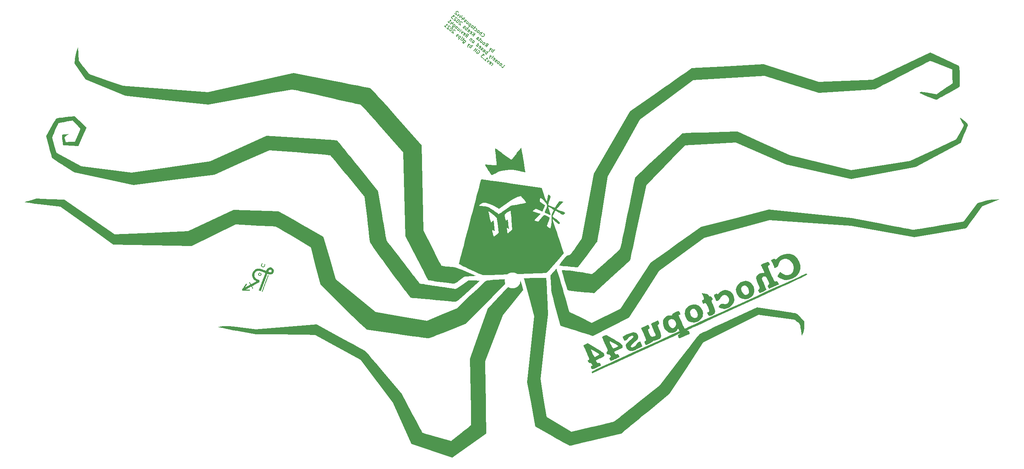
<source format=gbo>
G04 #@! TF.GenerationSoftware,KiCad,Pcbnew,(6.0.0)*
G04 #@! TF.CreationDate,2023-05-15T23:42:03+03:00*
G04 #@! TF.ProjectId,choctopus44-bottom-plate,63686f63-746f-4707-9573-34342d626f74,2.0*
G04 #@! TF.SameCoordinates,Original*
G04 #@! TF.FileFunction,Legend,Bot*
G04 #@! TF.FilePolarity,Positive*
%FSLAX46Y46*%
G04 Gerber Fmt 4.6, Leading zero omitted, Abs format (unit mm)*
G04 Created by KiCad (PCBNEW (6.0.0)) date 2023-05-15 23:42:03*
%MOMM*%
%LPD*%
G01*
G04 APERTURE LIST*
%ADD10C,0.150000*%
%ADD11C,3.800000*%
G04 APERTURE END LIST*
D10*
X140911449Y-40237690D02*
X140916144Y-40291360D01*
X140979205Y-40394004D01*
X141037570Y-40442978D01*
X141149605Y-40487257D01*
X141256945Y-40477866D01*
X141335102Y-40443988D01*
X141462233Y-40351744D01*
X141535694Y-40264196D01*
X141604460Y-40122979D01*
X141624252Y-40040126D01*
X141614861Y-39932786D01*
X141551800Y-39830142D01*
X141493435Y-39781168D01*
X141381400Y-39736889D01*
X141327730Y-39741585D01*
X140599830Y-40075671D02*
X141114061Y-39462835D01*
X140337187Y-39855286D02*
X140606545Y-39534277D01*
X140684702Y-39500399D01*
X140767555Y-39520191D01*
X140855103Y-39593652D01*
X140888981Y-39671809D01*
X140893676Y-39725479D01*
X139957812Y-39536954D02*
X140040665Y-39556745D01*
X140094334Y-39552050D01*
X140172491Y-39518172D01*
X140319414Y-39343076D01*
X140339206Y-39260223D01*
X140334510Y-39206553D01*
X140300632Y-39128396D01*
X140213084Y-39054935D01*
X140130232Y-39035143D01*
X140076562Y-39039839D01*
X139998405Y-39073717D01*
X139851482Y-39248813D01*
X139831691Y-39331665D01*
X139836386Y-39385335D01*
X139870264Y-39463492D01*
X139957812Y-39536954D01*
X139252733Y-38895592D02*
X139286611Y-38973749D01*
X139403342Y-39071698D01*
X139486194Y-39091489D01*
X139539864Y-39086794D01*
X139618021Y-39052916D01*
X139764944Y-38877820D01*
X139784736Y-38794967D01*
X139780040Y-38741298D01*
X139746162Y-38663141D01*
X139629431Y-38565192D01*
X139546579Y-38545400D01*
X139395970Y-38369295D02*
X139162509Y-38173398D01*
X139479832Y-38091555D02*
X139039064Y-38616843D01*
X138960907Y-38650721D01*
X138878054Y-38630929D01*
X138819689Y-38581955D01*
X138527863Y-38337083D02*
X138610715Y-38356875D01*
X138664385Y-38352179D01*
X138742542Y-38318301D01*
X138889465Y-38143205D01*
X138909256Y-38060353D01*
X138904561Y-38006683D01*
X138870683Y-37928526D01*
X138783135Y-37855065D01*
X138700282Y-37835273D01*
X138646612Y-37839969D01*
X138568456Y-37873847D01*
X138421533Y-38048943D01*
X138401741Y-38131795D01*
X138406437Y-38185465D01*
X138440315Y-38263622D01*
X138527863Y-38337083D01*
X138403760Y-37536732D02*
X137889530Y-38149567D01*
X138379273Y-37565915D02*
X138345395Y-37487758D01*
X138228664Y-37389809D01*
X138145812Y-37370017D01*
X138092142Y-37374713D01*
X138013985Y-37408591D01*
X137867062Y-37583687D01*
X137847271Y-37666539D01*
X137851966Y-37720209D01*
X137885844Y-37798366D01*
X138002575Y-37896315D01*
X138085427Y-37916106D01*
X137586646Y-36851092D02*
X137243826Y-37259649D01*
X137849290Y-37071476D02*
X137579931Y-37392485D01*
X137501775Y-37426363D01*
X137418922Y-37406572D01*
X137331374Y-37333110D01*
X137297496Y-37254953D01*
X137292800Y-37201284D01*
X137005670Y-37010082D02*
X136922817Y-36990290D01*
X136806087Y-36892342D01*
X136772208Y-36814185D01*
X136792000Y-36731332D01*
X136816487Y-36702150D01*
X136894644Y-36668271D01*
X136977497Y-36688063D01*
X137065044Y-36761525D01*
X137147897Y-36781316D01*
X137226054Y-36747438D01*
X137250541Y-36718255D01*
X137270333Y-36635403D01*
X137236455Y-36557246D01*
X137148907Y-36483785D01*
X137066054Y-36463993D01*
X136536071Y-35969555D02*
X136193251Y-36378112D01*
X136877881Y-35858529D02*
X136656487Y-36418704D01*
X136277113Y-36100372D01*
X135952418Y-35479812D02*
X135609598Y-35888369D01*
X136294229Y-35368786D02*
X136072835Y-35928962D01*
X135693460Y-35610629D01*
X135689774Y-35259427D02*
X135201041Y-35545549D01*
X135397948Y-35014556D01*
X135316105Y-34697233D02*
X135311410Y-34643563D01*
X135277531Y-34565406D01*
X135131618Y-34442970D01*
X135048766Y-34423178D01*
X134995096Y-34427874D01*
X134916939Y-34461752D01*
X134867965Y-34520117D01*
X134823686Y-34632152D01*
X134880032Y-35276190D01*
X134500658Y-34957857D01*
X143507299Y-44196691D02*
X144021529Y-43583855D01*
X143825632Y-43817316D02*
X143791754Y-43739159D01*
X143675023Y-43641211D01*
X143592171Y-43621419D01*
X143538501Y-43626114D01*
X143460344Y-43659993D01*
X143313421Y-43835089D01*
X143293630Y-43917941D01*
X143298325Y-43971611D01*
X143332203Y-44049768D01*
X143448934Y-44147716D01*
X143531786Y-44167508D01*
X143354014Y-43371852D02*
X142865281Y-43657973D01*
X143062188Y-43126981D02*
X142865281Y-43657973D01*
X142801210Y-43852861D01*
X142805906Y-43906531D01*
X142839784Y-43984688D01*
X141668792Y-42654000D02*
X142117942Y-42533584D01*
X142018984Y-42947846D02*
X142533214Y-42335011D01*
X142299753Y-42139113D01*
X142216901Y-42119322D01*
X142163231Y-42124017D01*
X142085074Y-42157895D01*
X142011612Y-42245443D01*
X141991821Y-42328296D01*
X141996516Y-42381965D01*
X142030394Y-42460122D01*
X142263856Y-42656020D01*
X141318601Y-42360155D02*
X141401453Y-42379946D01*
X141455123Y-42375251D01*
X141533280Y-42341373D01*
X141680203Y-42166277D01*
X141699994Y-42083424D01*
X141695299Y-42029754D01*
X141661421Y-41951597D01*
X141573873Y-41878136D01*
X141491020Y-41858344D01*
X141437351Y-41863040D01*
X141359194Y-41896918D01*
X141212271Y-42072014D01*
X141192479Y-42154866D01*
X141197175Y-42208536D01*
X141231053Y-42286693D01*
X141318601Y-42360155D01*
X140931855Y-41339419D02*
X140589034Y-41747976D01*
X141194498Y-41559803D02*
X140925140Y-41880812D01*
X140846983Y-41914690D01*
X140764130Y-41894899D01*
X140676582Y-41821437D01*
X140642704Y-41743280D01*
X140638009Y-41689611D01*
X140727576Y-41168009D02*
X140494115Y-40972112D01*
X140811438Y-40890269D02*
X140370669Y-41415556D01*
X140292513Y-41449435D01*
X140209660Y-41429643D01*
X140151295Y-41380669D01*
X139684372Y-40988874D02*
X139953731Y-40667865D01*
X140031888Y-40633987D01*
X140114740Y-40653779D01*
X140231471Y-40751727D01*
X140265349Y-40829884D01*
X139708860Y-40959692D02*
X139742738Y-41037849D01*
X139888651Y-41160284D01*
X139971503Y-41180076D01*
X140049660Y-41146198D01*
X140098635Y-41087833D01*
X140118426Y-41004980D01*
X140084548Y-40926823D01*
X139938635Y-40804387D01*
X139904757Y-40726230D01*
X138925624Y-40352208D02*
X139439854Y-39739373D01*
X138575432Y-40058363D02*
X139131922Y-39928555D01*
X139089662Y-39445527D02*
X139146008Y-40089565D01*
X138103814Y-39612899D02*
X138137692Y-39691056D01*
X138254423Y-39789004D01*
X138337275Y-39808796D01*
X138415432Y-39774918D01*
X138611329Y-39541456D01*
X138631121Y-39458604D01*
X138597243Y-39380447D01*
X138480512Y-39282498D01*
X138397660Y-39262707D01*
X138319503Y-39296585D01*
X138270529Y-39354950D01*
X138513381Y-39658187D01*
X137578527Y-39172130D02*
X137612405Y-39250287D01*
X137729135Y-39348235D01*
X137811988Y-39368027D01*
X137890145Y-39334149D01*
X138086042Y-39100688D01*
X138105833Y-39017835D01*
X138071955Y-38939678D01*
X137955225Y-38841730D01*
X137872372Y-38821938D01*
X137794215Y-38855816D01*
X137745241Y-38914182D01*
X137988093Y-39217418D01*
X137262213Y-38956441D02*
X137776443Y-38343606D01*
X137580546Y-38577067D02*
X137546668Y-38498910D01*
X137429937Y-38400961D01*
X137347085Y-38381170D01*
X137293415Y-38385865D01*
X137215258Y-38419743D01*
X137068335Y-38594839D01*
X137048543Y-38677691D01*
X137053239Y-38731361D01*
X137087117Y-38809518D01*
X137203848Y-38907467D01*
X137286700Y-38927258D01*
X136761412Y-38486490D02*
X136678560Y-38466698D01*
X136561829Y-38368750D01*
X136527951Y-38290593D01*
X136547743Y-38207740D01*
X136572230Y-38178558D01*
X136650387Y-38144679D01*
X136733239Y-38164471D01*
X136820787Y-38237932D01*
X136903640Y-38257724D01*
X136981797Y-38223846D01*
X137006284Y-38194663D01*
X137026076Y-38111811D01*
X136992197Y-38033654D01*
X136904649Y-37960193D01*
X136821797Y-37940401D01*
X136239154Y-37153126D02*
X136234458Y-37099457D01*
X136200580Y-37021300D01*
X136054667Y-36898864D01*
X135971814Y-36879072D01*
X135918145Y-36883768D01*
X135839988Y-36917646D01*
X135791013Y-36976011D01*
X135746735Y-37088046D01*
X135803081Y-37732084D01*
X135423706Y-37413751D01*
X135558562Y-36482582D02*
X135500197Y-36433608D01*
X135417344Y-36413816D01*
X135363674Y-36418512D01*
X135285517Y-36452390D01*
X135158386Y-36544634D01*
X135035951Y-36690547D01*
X134967185Y-36831764D01*
X134947393Y-36914617D01*
X134952088Y-36968287D01*
X134985967Y-37046444D01*
X135044332Y-37095418D01*
X135127184Y-37115210D01*
X135180854Y-37110514D01*
X135259011Y-37076636D01*
X135386142Y-36984392D01*
X135508578Y-36838479D01*
X135577344Y-36697262D01*
X135597136Y-36614409D01*
X135592440Y-36560739D01*
X135558562Y-36482582D01*
X135071848Y-36173640D02*
X135067152Y-36119971D01*
X135033274Y-36041814D01*
X134887361Y-35919378D01*
X134804509Y-35899586D01*
X134750839Y-35904282D01*
X134672682Y-35938160D01*
X134623708Y-35996525D01*
X134579429Y-36108560D01*
X134635775Y-36752598D01*
X134256400Y-36434265D01*
X134566352Y-35650019D02*
X134186978Y-35331686D01*
X134195359Y-35736558D01*
X134107811Y-35663096D01*
X134024959Y-35643305D01*
X133971289Y-35648000D01*
X133893132Y-35681878D01*
X133770696Y-35827791D01*
X133750904Y-35910644D01*
X133755600Y-35964314D01*
X133789478Y-36042471D01*
X133964574Y-36189393D01*
X134047426Y-36209185D01*
X134101096Y-36204490D01*
X145626836Y-47656557D02*
X145918663Y-47901429D01*
X146432893Y-47288593D01*
X145335010Y-47411686D02*
X145417862Y-47431478D01*
X145471532Y-47426782D01*
X145549689Y-47392904D01*
X145696612Y-47217808D01*
X145716403Y-47134956D01*
X145711708Y-47081286D01*
X145677830Y-47003129D01*
X145590282Y-46929667D01*
X145507429Y-46909876D01*
X145453760Y-46914571D01*
X145375603Y-46948449D01*
X145228680Y-47123545D01*
X145208888Y-47206398D01*
X145213584Y-47260068D01*
X145247462Y-47338225D01*
X145335010Y-47411686D01*
X144780540Y-46946430D02*
X144863392Y-46966222D01*
X144917062Y-46961526D01*
X144995219Y-46927648D01*
X145142142Y-46752552D01*
X145161933Y-46669700D01*
X145157238Y-46616030D01*
X145123360Y-46537873D01*
X145035812Y-46464412D01*
X144952959Y-46444620D01*
X144899289Y-46449316D01*
X144821132Y-46483194D01*
X144674210Y-46658290D01*
X144654418Y-46741142D01*
X144659113Y-46794812D01*
X144692992Y-46872969D01*
X144780540Y-46946430D01*
X144367287Y-46549940D02*
X144284435Y-46530149D01*
X144167704Y-46432200D01*
X144133826Y-46354043D01*
X144153617Y-46271191D01*
X144178105Y-46242008D01*
X144256262Y-46208130D01*
X144339114Y-46227922D01*
X144426662Y-46301383D01*
X144509514Y-46321175D01*
X144587671Y-46287296D01*
X144612158Y-46258114D01*
X144631950Y-46175261D01*
X144598072Y-46097104D01*
X144510524Y-46023643D01*
X144427672Y-46003851D01*
X143608538Y-45913274D02*
X143642416Y-45991431D01*
X143759147Y-46089380D01*
X143841999Y-46109172D01*
X143920156Y-46075294D01*
X144116053Y-45841832D01*
X144135845Y-45758980D01*
X144101967Y-45680823D01*
X143985236Y-45582874D01*
X143902384Y-45563083D01*
X143824227Y-45596961D01*
X143775253Y-45655326D01*
X144018105Y-45958563D01*
X143204677Y-45624124D02*
X143287529Y-45643916D01*
X143365686Y-45610038D01*
X143806455Y-45084750D01*
X143372401Y-45068644D02*
X142883668Y-45354766D01*
X143080574Y-44823773D02*
X142883668Y-45354766D01*
X142819597Y-45549653D01*
X142824293Y-45603323D01*
X142858171Y-45681480D01*
X142037371Y-44644638D02*
X142551601Y-44031803D01*
X142355704Y-44265264D02*
X142321826Y-44187107D01*
X142205095Y-44089158D01*
X142122243Y-44069367D01*
X142068573Y-44074062D01*
X141990416Y-44107940D01*
X141843493Y-44283036D01*
X141823701Y-44365889D01*
X141828397Y-44419559D01*
X141862275Y-44497715D01*
X141979006Y-44595664D01*
X142061858Y-44615456D01*
X141220257Y-43958998D02*
X141489615Y-43637989D01*
X141567772Y-43604111D01*
X141650625Y-43623903D01*
X141767355Y-43721851D01*
X141801233Y-43800008D01*
X141244744Y-43929816D02*
X141278622Y-44007973D01*
X141424535Y-44130408D01*
X141507388Y-44150200D01*
X141585545Y-44116322D01*
X141634519Y-44057956D01*
X141654311Y-43975104D01*
X141620432Y-43896947D01*
X141474519Y-43774511D01*
X141440641Y-43696354D01*
X140982100Y-43709431D02*
X140899248Y-43689640D01*
X140782517Y-43591691D01*
X140748639Y-43513534D01*
X140768431Y-43430682D01*
X140792918Y-43401499D01*
X140871075Y-43367621D01*
X140953927Y-43387412D01*
X141041475Y-43460874D01*
X141124327Y-43480666D01*
X141202484Y-43446787D01*
X141226972Y-43417605D01*
X141246763Y-43334752D01*
X141212885Y-43256595D01*
X141125337Y-43183134D01*
X141042485Y-43163342D01*
X140223351Y-43072765D02*
X140257229Y-43150922D01*
X140373960Y-43248871D01*
X140456812Y-43268663D01*
X140534969Y-43234784D01*
X140730867Y-43001323D01*
X140750658Y-42918471D01*
X140716780Y-42840314D01*
X140600050Y-42742365D01*
X140517197Y-42722574D01*
X140439040Y-42756452D01*
X140390066Y-42814817D01*
X140632918Y-43118054D01*
X139644394Y-42636692D02*
X140158624Y-42023857D01*
X139668881Y-42607510D02*
X139702759Y-42685667D01*
X139819490Y-42783615D01*
X139902342Y-42803407D01*
X139956012Y-42798711D01*
X140034169Y-42764833D01*
X140181092Y-42589737D01*
X140200883Y-42506885D01*
X140196188Y-42453215D01*
X140162310Y-42375058D01*
X140045579Y-42277110D01*
X139962727Y-42257318D01*
X138798097Y-41926565D02*
X138880950Y-41946357D01*
X138934619Y-41941661D01*
X139012776Y-41907783D01*
X139159699Y-41732687D01*
X139179491Y-41649835D01*
X139174795Y-41596165D01*
X139140917Y-41518008D01*
X139053369Y-41444547D01*
X138970517Y-41424755D01*
X138916847Y-41429450D01*
X138838690Y-41463329D01*
X138691767Y-41638424D01*
X138671976Y-41721277D01*
X138676671Y-41774947D01*
X138710549Y-41853104D01*
X138798097Y-41926565D01*
X138673995Y-41126214D02*
X138331175Y-41534771D01*
X138625021Y-41184579D02*
X138620325Y-41130909D01*
X138586447Y-41052752D01*
X138498899Y-40979291D01*
X138416047Y-40959499D01*
X138337890Y-40993377D01*
X138068531Y-41314386D01*
X136959591Y-40383875D02*
X137408741Y-40263458D01*
X137309782Y-40677721D02*
X137824012Y-40064885D01*
X137590551Y-39868988D01*
X137507699Y-39849196D01*
X137454029Y-39853892D01*
X137375872Y-39887770D01*
X137302411Y-39975318D01*
X137282619Y-40058170D01*
X137287314Y-40111840D01*
X137321193Y-40189997D01*
X137554654Y-40385894D01*
X136487973Y-39938411D02*
X136521851Y-40016568D01*
X136638581Y-40114516D01*
X136721434Y-40134308D01*
X136799591Y-40100430D01*
X136995488Y-39866968D01*
X137015280Y-39784116D01*
X136981401Y-39705959D01*
X136864671Y-39608011D01*
X136781818Y-39588219D01*
X136703662Y-39622097D01*
X136654687Y-39680462D01*
X136897539Y-39983699D01*
X136572844Y-39363139D02*
X136084111Y-39649260D01*
X136281018Y-39118268D01*
X135704737Y-39330927D02*
X136047557Y-38922370D01*
X136218967Y-38718092D02*
X136223662Y-38771762D01*
X136169993Y-38776457D01*
X136165297Y-38722787D01*
X136218967Y-38718092D01*
X136169993Y-38776457D01*
X135493087Y-38457115D02*
X135150267Y-38865672D01*
X135755730Y-38677499D02*
X135486372Y-38998508D01*
X135408215Y-39032386D01*
X135325362Y-39012595D01*
X135237814Y-38939133D01*
X135203936Y-38860976D01*
X135199241Y-38807306D01*
X135201260Y-38212243D02*
X134858440Y-38620800D01*
X135152286Y-38270608D02*
X135147590Y-38216939D01*
X135113712Y-38138782D01*
X135026164Y-38065320D01*
X134943312Y-38045529D01*
X134865155Y-38079407D01*
X134595796Y-38400416D01*
X134384146Y-37526603D02*
X133967865Y-38022708D01*
X133948073Y-38105560D01*
X133952768Y-38159230D01*
X133986647Y-38237387D01*
X134074194Y-38310849D01*
X134157047Y-38330640D01*
X134065813Y-37905977D02*
X134099691Y-37984134D01*
X134216422Y-38082083D01*
X134299274Y-38101875D01*
X134352944Y-38097179D01*
X134431101Y-38063301D01*
X134578024Y-37888205D01*
X134597816Y-37805353D01*
X134593120Y-37751683D01*
X134559242Y-37673526D01*
X134442511Y-37575577D01*
X134359659Y-37555786D01*
X133829676Y-37061347D02*
X133486856Y-37469904D01*
X134171486Y-36950322D02*
X133950092Y-37510497D01*
X133570718Y-37192164D01*
X132844838Y-36931187D02*
X133195029Y-37225033D01*
X133019933Y-37078110D02*
X133534163Y-36465274D01*
X133519067Y-36601797D01*
X133528458Y-36709136D01*
X133562336Y-36787293D01*
X143310611Y-47394378D02*
X143653431Y-46985821D01*
X143555483Y-47102551D02*
X143575274Y-47019699D01*
X143570579Y-46966029D01*
X143536701Y-46887872D01*
X143478335Y-46838898D01*
X142722263Y-46850965D02*
X142756141Y-46929122D01*
X142872872Y-47027071D01*
X142955724Y-47046862D01*
X143033881Y-47012984D01*
X143229778Y-46779523D01*
X143249570Y-46696671D01*
X143215692Y-46618514D01*
X143098961Y-46520565D01*
X143016109Y-46500773D01*
X142937952Y-46534652D01*
X142888977Y-46593017D01*
X143131830Y-46896254D01*
X142807135Y-46275694D02*
X142318401Y-46561815D01*
X142515308Y-46030822D01*
X141618018Y-45974123D02*
X141968210Y-46267969D01*
X141793114Y-46121046D02*
X142307344Y-45508211D01*
X142292248Y-45644733D01*
X142301639Y-45752073D01*
X142335517Y-45830229D01*
X141404348Y-45695374D02*
X141350679Y-45700069D01*
X141355374Y-45753739D01*
X141409044Y-45749044D01*
X141404348Y-45695374D01*
X141355374Y-45753739D01*
X141636143Y-44945006D02*
X141256769Y-44626673D01*
X141265150Y-45031545D01*
X141177602Y-44958083D01*
X141094750Y-44938292D01*
X141041080Y-44942987D01*
X140962923Y-44976865D01*
X140840487Y-45122778D01*
X140820695Y-45205631D01*
X140825391Y-45259301D01*
X140859269Y-45337458D01*
X141034365Y-45484380D01*
X141117217Y-45504172D01*
X141170887Y-45499477D01*
X140181706Y-43774319D02*
X140264559Y-43794110D01*
X140352107Y-43867572D01*
X140415167Y-43970216D01*
X140424558Y-44077556D01*
X140404767Y-44160408D01*
X140336001Y-44301626D01*
X140262539Y-44389174D01*
X140135408Y-44481417D01*
X140057251Y-44515295D01*
X139949912Y-44524686D01*
X139837876Y-44480407D01*
X139779511Y-44431433D01*
X139716450Y-44328789D01*
X139711755Y-44275119D01*
X139883165Y-44070841D01*
X139999896Y-44168789D01*
X139400137Y-44113100D02*
X139914367Y-43500265D01*
X139669495Y-43792091D02*
X139319304Y-43498245D01*
X139049945Y-43819254D02*
X139564175Y-43206419D01*
X138291196Y-43182589D02*
X138805426Y-42569753D01*
X138609529Y-42803214D02*
X138575651Y-42725057D01*
X138458920Y-42627109D01*
X138376068Y-42607317D01*
X138322398Y-42612013D01*
X138244241Y-42645891D01*
X138097318Y-42820987D01*
X138077527Y-42903839D01*
X138082222Y-42957509D01*
X138116100Y-43035666D01*
X138232831Y-43133614D01*
X138315683Y-43153406D01*
X138137911Y-42357750D02*
X137649178Y-42643871D01*
X137846085Y-42112879D02*
X137649178Y-42643871D01*
X137585108Y-42838759D01*
X137589803Y-42892429D01*
X137623681Y-42970586D01*
X136883058Y-41304803D02*
X136466776Y-41800908D01*
X136446984Y-41883760D01*
X136451680Y-41937430D01*
X136485558Y-42015587D01*
X136573106Y-42089048D01*
X136655958Y-42108840D01*
X136564725Y-41684177D02*
X136598603Y-41762334D01*
X136715333Y-41860283D01*
X136798186Y-41880074D01*
X136851856Y-41875379D01*
X136930013Y-41841501D01*
X137076935Y-41666405D01*
X137096727Y-41583552D01*
X137092032Y-41529883D01*
X137058153Y-41451726D01*
X136941423Y-41353777D01*
X136858570Y-41333985D01*
X136678779Y-41133393D02*
X136445318Y-40937496D01*
X136762641Y-40855653D02*
X136321873Y-41380940D01*
X136243716Y-41414819D01*
X136160863Y-41395027D01*
X136102498Y-41346053D01*
X135898219Y-41174643D02*
X136241039Y-40766086D01*
X136412449Y-40561807D02*
X136417145Y-40615477D01*
X136363475Y-40620172D01*
X136358780Y-40566503D01*
X136412449Y-40561807D01*
X136363475Y-40620172D01*
X135949213Y-40521214D02*
X135434983Y-41134050D01*
X135924726Y-40550397D02*
X135890848Y-40472240D01*
X135774117Y-40374291D01*
X135691265Y-40354500D01*
X135637595Y-40359195D01*
X135559438Y-40393073D01*
X135412515Y-40568169D01*
X135392723Y-40651021D01*
X135397419Y-40704691D01*
X135431297Y-40782848D01*
X135548028Y-40880797D01*
X135630880Y-40900588D01*
X135105592Y-40459820D02*
X135022740Y-40440028D01*
X134906009Y-40342080D01*
X134872131Y-40263923D01*
X134891923Y-40181070D01*
X134916410Y-40151888D01*
X134994567Y-40118009D01*
X135077419Y-40137801D01*
X135164967Y-40211262D01*
X135247820Y-40231054D01*
X135325977Y-40197176D01*
X135350464Y-40167993D01*
X135370256Y-40085141D01*
X135336377Y-40006984D01*
X135248829Y-39933523D01*
X135165977Y-39913731D01*
X134583334Y-39126456D02*
X134578638Y-39072787D01*
X134544760Y-38994630D01*
X134398847Y-38872194D01*
X134315994Y-38852402D01*
X134262325Y-38857098D01*
X134184168Y-38890976D01*
X134135193Y-38949341D01*
X134090915Y-39061376D01*
X134147261Y-39705414D01*
X133767886Y-39387081D01*
X133902742Y-38455912D02*
X133844377Y-38406938D01*
X133761524Y-38387146D01*
X133707854Y-38391842D01*
X133629697Y-38425720D01*
X133502566Y-38517964D01*
X133380131Y-38663877D01*
X133311365Y-38805094D01*
X133291573Y-38887947D01*
X133296268Y-38941617D01*
X133330147Y-39019774D01*
X133388512Y-39068748D01*
X133471364Y-39088540D01*
X133525034Y-39083844D01*
X133603191Y-39049966D01*
X133730322Y-38957722D01*
X133852758Y-38811809D01*
X133921524Y-38670592D01*
X133941316Y-38587739D01*
X133936620Y-38534069D01*
X133902742Y-38455912D01*
X133416028Y-38146970D02*
X133411332Y-38093301D01*
X133377454Y-38015144D01*
X133231541Y-37892708D01*
X133148689Y-37872916D01*
X133095019Y-37877612D01*
X133016862Y-37911490D01*
X132967888Y-37969855D01*
X132923609Y-38081890D01*
X132979955Y-38725928D01*
X132600580Y-38407595D01*
X132016928Y-37917852D02*
X132367119Y-38211698D01*
X132192023Y-38064775D02*
X132706253Y-37451939D01*
X132691157Y-37588462D01*
X132700548Y-37695801D01*
X132734426Y-37773958D01*
G36*
X150369746Y-67019671D02*
G01*
X150424707Y-67231335D01*
X150509466Y-67647090D01*
X150616249Y-68220079D01*
X150737281Y-68903448D01*
X150864785Y-69650339D01*
X150990987Y-70413897D01*
X151108111Y-71147265D01*
X151208382Y-71803587D01*
X151284025Y-72336007D01*
X151327264Y-72697669D01*
X151330324Y-72841716D01*
X151213195Y-72849100D01*
X150881352Y-72802361D01*
X150393780Y-72704944D01*
X149806938Y-72567030D01*
X149365060Y-72457658D01*
X148845806Y-72342528D01*
X148424599Y-72282584D01*
X148010197Y-72271924D01*
X147511356Y-72304641D01*
X146836834Y-72374833D01*
X146176701Y-72453858D01*
X145645147Y-72542587D01*
X145226674Y-72656237D01*
X144840595Y-72817144D01*
X144406226Y-73047642D01*
X144326736Y-73092000D01*
X143886510Y-73326529D01*
X143540364Y-73493094D01*
X143357402Y-73558066D01*
X143240159Y-73466453D01*
X143023600Y-73199410D01*
X142747585Y-72812644D01*
X142448319Y-72362378D01*
X142162004Y-71904832D01*
X141924846Y-71496230D01*
X141773048Y-71192793D01*
X141742815Y-71050742D01*
X141812896Y-71034950D01*
X142105170Y-71035096D01*
X142564487Y-71064570D01*
X143129186Y-71120279D01*
X143487555Y-71158789D01*
X143987813Y-71203971D01*
X144341507Y-71224742D01*
X144488541Y-71216833D01*
X144494180Y-71180461D01*
X144485689Y-70928968D01*
X144451983Y-70480662D01*
X144396944Y-69883605D01*
X144324456Y-69185856D01*
X144288900Y-68854006D01*
X144222945Y-68198173D01*
X144175298Y-67666031D01*
X144150052Y-67305363D01*
X144151299Y-67163951D01*
X144245892Y-67211414D01*
X144525708Y-67393968D01*
X144955107Y-67689747D01*
X145498725Y-68074347D01*
X146121201Y-68523367D01*
X148048216Y-69925669D01*
X149185897Y-68444164D01*
X149328767Y-68258834D01*
X149724298Y-67753780D01*
X150048504Y-67351567D01*
X150271061Y-67089333D01*
X150361647Y-67004216D01*
X150369746Y-67019671D01*
G37*
G36*
X189086003Y-109738857D02*
G01*
X189246850Y-110075691D01*
X189329832Y-110224645D01*
X189380608Y-110206710D01*
X189651214Y-110091296D01*
X190141662Y-109875132D01*
X190836838Y-109565051D01*
X191721629Y-109167889D01*
X192780922Y-108690480D01*
X193999602Y-108139657D01*
X195362557Y-107522255D01*
X196854672Y-106845107D01*
X198460836Y-106115048D01*
X200165934Y-105338913D01*
X201954852Y-104523534D01*
X203812478Y-103675747D01*
X204964388Y-103149909D01*
X206784625Y-102319849D01*
X208528221Y-101525788D01*
X210179924Y-100774622D01*
X211724485Y-100073247D01*
X213146651Y-99428559D01*
X214431172Y-98847454D01*
X215562797Y-98336830D01*
X216526275Y-97903582D01*
X217306355Y-97554607D01*
X217887786Y-97296801D01*
X218255318Y-97137060D01*
X218393698Y-97082280D01*
X218459724Y-97098984D01*
X218606965Y-97265019D01*
X218602720Y-97279100D01*
X218484876Y-97367535D01*
X218203233Y-97527075D01*
X217750370Y-97761221D01*
X217118868Y-98073473D01*
X216301306Y-98467330D01*
X215290264Y-98946292D01*
X214078323Y-99513860D01*
X212658062Y-100173532D01*
X211022061Y-100928810D01*
X209162900Y-101783194D01*
X207073158Y-102740182D01*
X204745417Y-103803275D01*
X202922026Y-104635183D01*
X200841053Y-105584953D01*
X198983601Y-106433241D01*
X197337911Y-107185539D01*
X195892225Y-107847340D01*
X194634785Y-108424134D01*
X193553831Y-108921415D01*
X192637604Y-109344674D01*
X191874348Y-109699404D01*
X191252302Y-109991095D01*
X190759708Y-110225240D01*
X190384807Y-110407331D01*
X190115842Y-110542860D01*
X189941052Y-110637319D01*
X189848680Y-110696200D01*
X189826967Y-110724995D01*
X189864155Y-110729195D01*
X189948484Y-110714293D01*
X190060496Y-110695296D01*
X190290254Y-110746869D01*
X190458886Y-111004033D01*
X190544532Y-111286575D01*
X190517799Y-111458859D01*
X190517176Y-111459379D01*
X190337395Y-111562353D01*
X189986298Y-111733167D01*
X189532912Y-111941321D01*
X189046267Y-112156313D01*
X188595394Y-112347642D01*
X188249322Y-112484807D01*
X188077081Y-112537307D01*
X188071851Y-112536979D01*
X187942906Y-112413425D01*
X187810074Y-112134132D01*
X187800400Y-112105654D01*
X187739873Y-111840084D01*
X187771241Y-111730958D01*
X187894827Y-111685110D01*
X188133827Y-111529041D01*
X188253944Y-111433946D01*
X188306640Y-111367537D01*
X188148266Y-111413343D01*
X188080882Y-111441687D01*
X187784351Y-111573341D01*
X187273061Y-111803404D01*
X186565465Y-112123487D01*
X185680014Y-112525199D01*
X184635163Y-113000150D01*
X183449362Y-113539949D01*
X182141066Y-114136206D01*
X180728726Y-114780529D01*
X179230796Y-115464529D01*
X177665727Y-116179816D01*
X176683693Y-116628671D01*
X175165081Y-117322132D01*
X173728174Y-117977502D01*
X172391046Y-118586579D01*
X171171772Y-119141159D01*
X170088425Y-119633039D01*
X169159079Y-120054016D01*
X168401810Y-120395886D01*
X167834692Y-120650447D01*
X167475798Y-120809494D01*
X167343204Y-120864825D01*
X167289850Y-120839538D01*
X167176307Y-120659851D01*
X167167889Y-120592418D01*
X167269720Y-120442180D01*
X167558954Y-120254262D01*
X168069072Y-120004074D01*
X168088223Y-119995300D01*
X168391608Y-119856488D01*
X168915903Y-119616788D01*
X169639883Y-119285898D01*
X170542326Y-118873514D01*
X171602007Y-118389333D01*
X172797704Y-117843053D01*
X174108193Y-117244369D01*
X175512249Y-116602979D01*
X176988650Y-115928579D01*
X178516172Y-115230868D01*
X178854122Y-115076494D01*
X180339320Y-114397676D01*
X181748447Y-113753009D01*
X183062786Y-113151093D01*
X184263616Y-112600528D01*
X185332218Y-112109914D01*
X186249874Y-111687849D01*
X186997864Y-111342935D01*
X187557468Y-111083770D01*
X187909968Y-110918955D01*
X188036644Y-110857089D01*
X188054064Y-110805359D01*
X188014625Y-110592828D01*
X187912441Y-110361327D01*
X187802452Y-110252651D01*
X187698691Y-110330683D01*
X187555303Y-110567348D01*
X187371553Y-110816321D01*
X186961333Y-111094321D01*
X186459367Y-111259621D01*
X185966541Y-111267745D01*
X185580654Y-111145158D01*
X185018276Y-110765205D01*
X184568242Y-110208080D01*
X184269591Y-109527636D01*
X184173073Y-108858847D01*
X185445531Y-108858847D01*
X185590883Y-109352703D01*
X185916879Y-109827558D01*
X186201172Y-110034679D01*
X186587202Y-110093643D01*
X186939485Y-109951494D01*
X187192835Y-109638849D01*
X187282061Y-109186329D01*
X187201182Y-108715503D01*
X186970999Y-108286824D01*
X186641740Y-108006554D01*
X186263132Y-107899979D01*
X185884905Y-107992384D01*
X185556787Y-108309057D01*
X185498467Y-108420400D01*
X185445531Y-108858847D01*
X184173073Y-108858847D01*
X184161365Y-108777724D01*
X184161568Y-108722738D01*
X184197263Y-108283112D01*
X184332400Y-107954404D01*
X184621590Y-107596444D01*
X184764271Y-107444924D01*
X185040186Y-107214363D01*
X185331981Y-107118860D01*
X185765436Y-107104298D01*
X185896446Y-107105427D01*
X186237225Y-107088680D01*
X186379846Y-107024569D01*
X186379277Y-106894285D01*
X186376447Y-106884569D01*
X186413698Y-106727277D01*
X186635591Y-106557778D01*
X187079477Y-106346870D01*
X187443704Y-106191652D01*
X187772982Y-106050701D01*
X187930931Y-105982239D01*
X188021782Y-106047443D01*
X188156239Y-106267672D01*
X188275840Y-106541704D01*
X188327503Y-106764794D01*
X188304809Y-106823649D01*
X188125915Y-106892862D01*
X188033163Y-106908149D01*
X187924328Y-107028305D01*
X187931428Y-107060046D01*
X188017339Y-107291283D01*
X188180278Y-107686890D01*
X188394429Y-108188160D01*
X188633977Y-108736383D01*
X188834540Y-109186329D01*
X188873107Y-109272852D01*
X189086003Y-109738857D01*
G37*
G36*
X262395985Y-80185645D02*
G01*
X260331664Y-81014423D01*
X258457386Y-83602289D01*
X258110256Y-84080302D01*
X257609940Y-84764473D01*
X257174798Y-85353776D01*
X256827784Y-85817385D01*
X256591854Y-86124475D01*
X256489962Y-86244222D01*
X256367905Y-86272083D01*
X256004173Y-86341485D01*
X255425963Y-86446839D01*
X254659844Y-86583443D01*
X253732386Y-86746599D01*
X252670159Y-86931607D01*
X251499731Y-87133766D01*
X250247672Y-87348379D01*
X244098528Y-88398468D01*
X236598777Y-87026561D01*
X229099025Y-85654654D01*
X219363793Y-84985251D01*
X209628561Y-84315849D01*
X201833852Y-86439175D01*
X194039143Y-88562502D01*
X188663481Y-92476837D01*
X183287820Y-96391171D01*
X179659249Y-102011594D01*
X176030677Y-107632016D01*
X171741211Y-109795284D01*
X167451746Y-111958552D01*
X166298354Y-111599107D01*
X166272165Y-111590944D01*
X165763531Y-111432259D01*
X165064719Y-111214036D01*
X164237835Y-110955680D01*
X163344985Y-110676595D01*
X162448275Y-110396185D01*
X159751587Y-109552710D01*
X158651659Y-105568553D01*
X158477115Y-104935923D01*
X158202763Y-103934662D01*
X157987721Y-103129479D01*
X157823931Y-102479403D01*
X157703332Y-101943462D01*
X157617866Y-101480684D01*
X157559474Y-101050096D01*
X157520094Y-100610728D01*
X157491668Y-100121606D01*
X157466136Y-99541759D01*
X157380541Y-97499122D01*
X158037355Y-96686441D01*
X158111714Y-96595053D01*
X158421472Y-96228243D01*
X158657402Y-95970637D01*
X158773327Y-95873258D01*
X158806314Y-95939704D01*
X158908627Y-96233232D01*
X159068572Y-96733675D01*
X159276990Y-97411149D01*
X159524722Y-98235766D01*
X159802609Y-99177639D01*
X160101490Y-100206884D01*
X160283583Y-100838245D01*
X160588263Y-101892375D01*
X160874115Y-102878654D01*
X161130056Y-103758989D01*
X161345003Y-104495283D01*
X161507872Y-105049443D01*
X161607578Y-105383372D01*
X161864661Y-106225733D01*
X164512570Y-107551013D01*
X167160478Y-108876293D01*
X174014804Y-105435585D01*
X181242948Y-94461645D01*
X185684923Y-91303444D01*
X185793791Y-91226042D01*
X186835923Y-90485290D01*
X187869822Y-89750683D01*
X188860357Y-89047165D01*
X189772395Y-88399676D01*
X190570805Y-87833159D01*
X191220456Y-87372555D01*
X191686214Y-87042808D01*
X193245531Y-85940373D01*
X201337230Y-83849273D01*
X209428928Y-81758174D01*
X219272131Y-82765808D01*
X229115333Y-83773442D01*
X236305280Y-85185596D01*
X237022129Y-85325897D01*
X238357319Y-85584546D01*
X239611041Y-85823999D01*
X240757279Y-86039484D01*
X241770014Y-86226230D01*
X242623231Y-86379467D01*
X243290912Y-86494422D01*
X243747040Y-86566326D01*
X243965598Y-86590405D01*
X244068102Y-86582056D01*
X244437470Y-86534502D01*
X245024481Y-86449019D01*
X245799171Y-86330304D01*
X246731573Y-86183053D01*
X247791722Y-86011965D01*
X248949653Y-85821736D01*
X250175400Y-85617062D01*
X255914833Y-84651063D01*
X259219037Y-80226749D01*
X260764540Y-79793412D01*
X261150046Y-79688621D01*
X261982802Y-79495814D01*
X262697444Y-79390810D01*
X263385175Y-79358471D01*
X264460307Y-79356868D01*
X262395985Y-80185645D01*
G37*
G36*
X199595865Y-101098119D02*
G01*
X199772370Y-101151183D01*
X200188534Y-101318756D01*
X200473583Y-101491609D01*
X200653480Y-101694288D01*
X200934702Y-102178702D01*
X201143082Y-102736720D01*
X201226138Y-103245993D01*
X201211996Y-103456826D01*
X201010190Y-104069241D01*
X200607468Y-104637607D01*
X200052723Y-105104120D01*
X199394852Y-105410977D01*
X199078318Y-105490829D01*
X198779164Y-105537396D01*
X198562380Y-105508134D01*
X198220285Y-105408300D01*
X197862475Y-105271761D01*
X197580721Y-105133972D01*
X197466794Y-105030387D01*
X197469047Y-105017372D01*
X197568351Y-104841561D01*
X197769175Y-104572227D01*
X197976347Y-104348619D01*
X198193870Y-104266414D01*
X198516739Y-104330264D01*
X198971497Y-104385343D01*
X199434611Y-104263890D01*
X199775419Y-103981960D01*
X199945754Y-103582218D01*
X199897444Y-103107329D01*
X199655297Y-102603631D01*
X199311727Y-102288708D01*
X198856409Y-102189159D01*
X198440821Y-102273018D01*
X198033681Y-102575085D01*
X197793174Y-103050444D01*
X197666255Y-103287750D01*
X197320217Y-103516951D01*
X197139604Y-103573903D01*
X196972614Y-103575945D01*
X196836317Y-103458597D01*
X196686669Y-103178689D01*
X196479621Y-102693049D01*
X196404442Y-102508927D01*
X196339764Y-102268492D01*
X196415341Y-102128435D01*
X196656069Y-101989489D01*
X196768980Y-101933914D01*
X196999588Y-101867317D01*
X197101378Y-101955970D01*
X197107365Y-101969787D01*
X197229585Y-101979161D01*
X197449336Y-101762950D01*
X197549105Y-101658278D01*
X197919333Y-101386441D01*
X198355924Y-101167872D01*
X198374015Y-101160985D01*
X198803709Y-101025557D01*
X199158670Y-101007545D01*
X199595865Y-101098119D01*
G37*
G36*
X44829241Y-46238072D02*
G01*
X45965764Y-47704885D01*
X46078809Y-47850583D01*
X46497154Y-48386233D01*
X46857323Y-48842088D01*
X47124054Y-49173754D01*
X47262082Y-49336837D01*
X47306258Y-49364639D01*
X47573850Y-49483038D01*
X48049237Y-49670190D01*
X48700206Y-49914137D01*
X49494544Y-50202921D01*
X50400039Y-50524583D01*
X51384478Y-50867166D01*
X55347079Y-52232357D01*
X75631435Y-53751469D01*
X85846969Y-51456837D01*
X96062502Y-49162205D01*
X105069341Y-50943012D01*
X105946983Y-51116599D01*
X107431433Y-51410490D01*
X108829977Y-51687728D01*
X110120389Y-51943890D01*
X111280448Y-52174549D01*
X112287930Y-52375281D01*
X113120610Y-52541660D01*
X113756266Y-52669262D01*
X114172675Y-52753662D01*
X114347612Y-52790435D01*
X114394477Y-52822332D01*
X114612377Y-53028841D01*
X114984475Y-53412075D01*
X115495461Y-53955318D01*
X116130023Y-54641854D01*
X116872850Y-55454967D01*
X117708628Y-56377939D01*
X118622048Y-57394056D01*
X119597797Y-58486600D01*
X120620563Y-59638855D01*
X126622082Y-66420659D01*
X127056806Y-86759489D01*
X129150051Y-90946546D01*
X129564544Y-91772349D01*
X130029675Y-92690784D01*
X130448296Y-93508503D01*
X130805845Y-94197482D01*
X131087757Y-94729693D01*
X131279469Y-95077113D01*
X131366419Y-95211715D01*
X131373955Y-95215500D01*
X131575649Y-95258494D01*
X131983691Y-95315298D01*
X132542928Y-95378963D01*
X133198205Y-95442538D01*
X133447614Y-95465020D01*
X133998980Y-95520170D01*
X134450777Y-95583088D01*
X134860771Y-95670137D01*
X135286725Y-95797680D01*
X135786407Y-95982082D01*
X136417579Y-96239704D01*
X137238008Y-96586911D01*
X139569148Y-97578573D01*
X138649119Y-97665450D01*
X138169564Y-97705736D01*
X137640690Y-97739819D01*
X137255103Y-97753283D01*
X137216527Y-97753956D01*
X136944659Y-97799687D01*
X136638891Y-97938764D01*
X136245209Y-98201399D01*
X135709600Y-98617809D01*
X135627896Y-98683158D01*
X135044486Y-99115893D01*
X134587371Y-99391410D01*
X134286458Y-99491354D01*
X134245513Y-99490083D01*
X133969905Y-99463677D01*
X133500913Y-99408299D01*
X132884537Y-99330275D01*
X132166772Y-99235931D01*
X131393616Y-99131591D01*
X130611065Y-99023580D01*
X129865117Y-98918226D01*
X129201769Y-98821852D01*
X128667018Y-98740783D01*
X128306860Y-98681347D01*
X128167293Y-98649867D01*
X128134904Y-98589976D01*
X127991839Y-98318082D01*
X127746291Y-97848792D01*
X127410894Y-97206332D01*
X126998285Y-96414927D01*
X126521096Y-95498801D01*
X125991965Y-94482180D01*
X125423526Y-93389288D01*
X122699756Y-88150793D01*
X122437391Y-78141415D01*
X122175025Y-68132037D01*
X117201979Y-62448429D01*
X116548543Y-61702352D01*
X115662369Y-60692950D01*
X114840351Y-59759404D01*
X114098563Y-58919816D01*
X113453077Y-58192289D01*
X112919965Y-57594924D01*
X112515300Y-57145823D01*
X112255153Y-56863088D01*
X112155597Y-56764820D01*
X112153877Y-56764654D01*
X111994698Y-56731258D01*
X111597915Y-56643414D01*
X110986234Y-56506260D01*
X110182365Y-56324937D01*
X109209016Y-56104586D01*
X108088896Y-55850346D01*
X106844712Y-55567358D01*
X105499173Y-55260762D01*
X104074988Y-54935699D01*
X104023372Y-54923911D01*
X102589904Y-54598279D01*
X101226743Y-54291898D01*
X99957832Y-54009935D01*
X98807117Y-53757559D01*
X97798543Y-53539939D01*
X96956053Y-53362241D01*
X96303593Y-53229635D01*
X95865107Y-53147289D01*
X95664540Y-53120371D01*
X95484749Y-53144150D01*
X95058332Y-53213366D01*
X94409986Y-53324095D01*
X93561417Y-53472467D01*
X92534332Y-53654609D01*
X91350438Y-53866652D01*
X90031442Y-54104724D01*
X88599051Y-54364954D01*
X87074972Y-54643472D01*
X85480911Y-54936406D01*
X75700457Y-56738648D01*
X65792593Y-55661129D01*
X55884730Y-54583610D01*
X51154219Y-52635145D01*
X46423709Y-50686680D01*
X43818909Y-46922656D01*
X43902468Y-45829717D01*
X43963589Y-45304670D01*
X44114284Y-44529762D01*
X44310165Y-43863233D01*
X44634301Y-42989688D01*
X44829241Y-46238072D01*
G37*
G36*
X183056577Y-108363963D02*
G01*
X183194290Y-108622178D01*
X183250044Y-108804843D01*
X183245840Y-109032547D01*
X183077507Y-109201575D01*
X182974479Y-109282210D01*
X182915451Y-109395963D01*
X182941060Y-109579579D01*
X183061492Y-109890718D01*
X183286933Y-110387042D01*
X183521919Y-110935715D01*
X183709027Y-111544721D01*
X183741863Y-112017013D01*
X183627720Y-112395589D01*
X183608956Y-112425815D01*
X183353511Y-112644505D01*
X182946512Y-112854588D01*
X182487390Y-113012549D01*
X182075577Y-113074873D01*
X181863432Y-113108036D01*
X181775915Y-113206437D01*
X181683088Y-113326312D01*
X181405391Y-113515953D01*
X181003164Y-113733699D01*
X180592142Y-113931272D01*
X180267575Y-114079332D01*
X180112326Y-114139701D01*
X180054616Y-114111768D01*
X179933065Y-113920935D01*
X179824901Y-113641280D01*
X179768111Y-113381309D01*
X179800683Y-113249529D01*
X179966187Y-113182121D01*
X180096730Y-113072633D01*
X180129698Y-112897024D01*
X180059696Y-112611592D01*
X179881329Y-112172635D01*
X179589202Y-111536452D01*
X179585455Y-111528446D01*
X179325921Y-110965871D01*
X179119342Y-110502718D01*
X178986536Y-110186760D01*
X178948321Y-110065772D01*
X179062482Y-110011676D01*
X179357276Y-109871952D01*
X179763020Y-109679625D01*
X180142717Y-109506300D01*
X180481862Y-109365807D01*
X180657016Y-109311910D01*
X180659628Y-109312003D01*
X180782693Y-109430391D01*
X180912504Y-109705543D01*
X180965192Y-109877851D01*
X180960409Y-110106518D01*
X180786296Y-110276707D01*
X180716541Y-110325338D01*
X180620176Y-110430314D01*
X180613179Y-110582923D01*
X180702614Y-110848951D01*
X180895544Y-111294185D01*
X181078825Y-111687029D01*
X181252500Y-111971427D01*
X181420067Y-112102458D01*
X181628669Y-112134132D01*
X181939387Y-112113895D01*
X182290830Y-111996751D01*
X182414275Y-111786212D01*
X182398263Y-111706851D01*
X182292773Y-111406553D01*
X182110409Y-110962212D01*
X181876709Y-110437881D01*
X181745530Y-110148948D01*
X181536703Y-109664528D01*
X181392769Y-109297092D01*
X181339143Y-109109446D01*
X181368265Y-109034923D01*
X181502219Y-108925010D01*
X181778390Y-108775948D01*
X182232988Y-108568610D01*
X182902227Y-108283870D01*
X182911689Y-108280755D01*
X183056577Y-108363963D01*
G37*
G36*
X38008189Y-79306260D02*
G01*
X41374164Y-79441463D01*
X53364522Y-87672147D01*
X62136852Y-87318212D01*
X70909182Y-86964278D01*
X76342170Y-84396560D01*
X81775158Y-81828841D01*
X87099003Y-81994862D01*
X92422847Y-82160883D01*
X94782847Y-83495435D01*
X95069794Y-83657809D01*
X95967461Y-84166726D01*
X96998380Y-84752272D01*
X98089768Y-85373061D01*
X99168845Y-85987702D01*
X100162828Y-86554810D01*
X103182809Y-88279635D01*
X104654512Y-93354927D01*
X106126214Y-98430219D01*
X110881512Y-102335607D01*
X115636809Y-106240996D01*
X121777659Y-107308046D01*
X127918508Y-108375096D01*
X131461054Y-106866575D01*
X135003601Y-105358053D01*
X138254614Y-102261701D01*
X138774337Y-101767019D01*
X139531900Y-101047123D01*
X140221012Y-100393650D01*
X140816470Y-99830424D01*
X141293073Y-99381270D01*
X141625617Y-99070015D01*
X141788900Y-98920485D01*
X141841284Y-98880539D01*
X142004371Y-98801060D01*
X142256476Y-98734442D01*
X142633501Y-98675771D01*
X143171349Y-98620132D01*
X143905921Y-98562611D01*
X144873119Y-98498294D01*
X145136431Y-98481713D01*
X145946475Y-98431896D01*
X146646998Y-98390588D01*
X147198325Y-98360016D01*
X147560782Y-98342406D01*
X147694696Y-98339984D01*
X147654305Y-98386167D01*
X147447608Y-98603499D01*
X147080592Y-98983332D01*
X146570073Y-99508441D01*
X145932864Y-100161596D01*
X145185780Y-100925570D01*
X144345636Y-101783134D01*
X143429246Y-102717061D01*
X142453426Y-103710122D01*
X137191524Y-109061244D01*
X132823799Y-110797145D01*
X131956160Y-111140484D01*
X130990942Y-111518721D01*
X130125549Y-111853840D01*
X129389904Y-112134442D01*
X128813933Y-112349131D01*
X128427559Y-112486508D01*
X128260706Y-112535176D01*
X128199777Y-112529757D01*
X127896604Y-112492701D01*
X127366119Y-112423438D01*
X126633323Y-112325369D01*
X125723221Y-112201894D01*
X124660815Y-112056412D01*
X123471107Y-111892325D01*
X122179102Y-111713031D01*
X120809802Y-111521932D01*
X113554267Y-110506558D01*
X112068133Y-109103651D01*
X111972986Y-109013555D01*
X111499548Y-108560741D01*
X110873194Y-107956569D01*
X110124377Y-107230654D01*
X109283548Y-106412608D01*
X108381158Y-105532047D01*
X107447658Y-104618582D01*
X106513502Y-103701829D01*
X102445003Y-99702915D01*
X101339427Y-95281036D01*
X100233852Y-90859156D01*
X96068991Y-88326274D01*
X95184678Y-87790836D01*
X94110171Y-87149215D01*
X93237911Y-86641221D01*
X92554316Y-86259329D01*
X92045800Y-85996015D01*
X91698782Y-85843753D01*
X91499678Y-85795019D01*
X91389300Y-85792825D01*
X91013345Y-85779362D01*
X90425603Y-85755003D01*
X89661251Y-85721312D01*
X88755466Y-85679854D01*
X87743426Y-85632192D01*
X86660307Y-85579890D01*
X82225386Y-85363133D01*
X71719764Y-90473845D01*
X62383737Y-90299759D01*
X53047711Y-90125674D01*
X46741111Y-85593296D01*
X40434511Y-81060919D01*
X36092873Y-80579512D01*
X35407337Y-80502088D01*
X34431247Y-80386562D01*
X33573727Y-80278678D01*
X32864523Y-80182531D01*
X32333384Y-80102217D01*
X32010056Y-80041834D01*
X31924289Y-80005478D01*
X32013898Y-79968332D01*
X32333491Y-79859142D01*
X32807327Y-79710002D01*
X33369779Y-79541955D01*
X34642213Y-79171058D01*
X38008189Y-79306260D01*
G37*
G36*
X209288878Y-94268728D02*
G01*
X209431355Y-94415606D01*
X209564015Y-94662673D01*
X209638326Y-94903435D01*
X209605751Y-95031398D01*
X209460290Y-95087811D01*
X209318914Y-95182022D01*
X209258985Y-95327726D01*
X209286796Y-95563410D01*
X209408640Y-95927556D01*
X209630811Y-96458649D01*
X209959602Y-97195174D01*
X210130202Y-97572624D01*
X210410242Y-98180394D01*
X210614829Y-98592425D01*
X210766235Y-98842420D01*
X210886734Y-98964081D01*
X210998599Y-98991110D01*
X211124103Y-98957209D01*
X211295437Y-98909203D01*
X211474853Y-98970506D01*
X211646243Y-99236043D01*
X211852532Y-99634963D01*
X210688154Y-100172908D01*
X210386529Y-100311755D01*
X209935746Y-100517067D01*
X209619215Y-100658304D01*
X209491679Y-100710852D01*
X209488637Y-100709594D01*
X209413990Y-100580008D01*
X209290401Y-100302412D01*
X209206171Y-100069699D01*
X209211985Y-99869852D01*
X209374890Y-99708208D01*
X209449552Y-99650215D01*
X209530707Y-99538903D01*
X209522063Y-99374665D01*
X209413036Y-99095234D01*
X209193043Y-98638341D01*
X209010093Y-98281844D01*
X208805160Y-97955949D01*
X208625908Y-97796471D01*
X208429891Y-97754238D01*
X208191144Y-97795954D01*
X207896125Y-97960370D01*
X207867162Y-97989591D01*
X207788077Y-98089285D01*
X207760301Y-98211431D01*
X207796071Y-98400360D01*
X207907626Y-98700403D01*
X208107204Y-99155890D01*
X208407041Y-99811154D01*
X208495502Y-100004680D01*
X208696931Y-100455314D01*
X208836937Y-100783300D01*
X208889407Y-100928173D01*
X208889250Y-100929568D01*
X208769069Y-101018213D01*
X208468126Y-101179840D01*
X208049460Y-101380502D01*
X207209513Y-101764792D01*
X207016806Y-101371505D01*
X206911109Y-101127617D01*
X206914565Y-100947868D01*
X207075868Y-100794121D01*
X207169206Y-100718611D01*
X207235325Y-100603442D01*
X207219971Y-100421818D01*
X207114725Y-100113664D01*
X206911167Y-99618903D01*
X206727768Y-99180325D01*
X206539578Y-98709131D01*
X206434738Y-98388416D01*
X206400276Y-98160660D01*
X206423221Y-97968342D01*
X206490601Y-97753941D01*
X206498410Y-97732375D01*
X206788842Y-97318615D01*
X207266584Y-97046087D01*
X207874797Y-96947889D01*
X207941791Y-96947194D01*
X208233425Y-96923873D01*
X208351841Y-96877742D01*
X208351180Y-96872258D01*
X208289001Y-96701660D01*
X208145437Y-96361363D01*
X207948667Y-95918413D01*
X207922895Y-95861514D01*
X207731779Y-95435294D01*
X207596702Y-95126628D01*
X207545492Y-94998976D01*
X207548501Y-94993483D01*
X207692505Y-94909580D01*
X207996369Y-94765480D01*
X208382282Y-94594830D01*
X208772434Y-94431277D01*
X209089016Y-94308471D01*
X209254217Y-94260058D01*
X209288878Y-94268728D01*
G37*
G36*
X150467930Y-99653376D02*
G01*
X150864834Y-100947751D01*
X148448211Y-103953905D01*
X146031587Y-106960058D01*
X143914938Y-112470111D01*
X141798290Y-117980164D01*
X141880454Y-124229370D01*
X141890828Y-125023538D01*
X141908620Y-126408949D01*
X141925819Y-127775718D01*
X141941918Y-129082159D01*
X141956413Y-130286585D01*
X141968797Y-131347311D01*
X141978566Y-132222650D01*
X141985214Y-132870917D01*
X142007808Y-135263257D01*
X133889514Y-141002339D01*
X124119120Y-137748253D01*
X119720624Y-127928815D01*
X112046798Y-117630617D01*
X106650623Y-114702257D01*
X101254449Y-111773896D01*
X98728277Y-111685611D01*
X98485902Y-111677782D01*
X97625091Y-111656401D01*
X96573961Y-111637497D01*
X95390840Y-111621766D01*
X94134054Y-111609909D01*
X92861930Y-111602624D01*
X91632794Y-111600610D01*
X87063481Y-111603895D01*
X82528253Y-110766517D01*
X81653111Y-110602711D01*
X80667525Y-110412438D01*
X79799703Y-110238501D01*
X79079010Y-110087100D01*
X78534808Y-109964436D01*
X78196461Y-109876707D01*
X78093333Y-109830114D01*
X78108997Y-109819513D01*
X78327583Y-109758792D01*
X78726638Y-109694022D01*
X79233151Y-109637538D01*
X79278900Y-109633596D01*
X79701970Y-109613268D01*
X80196759Y-109620137D01*
X80802015Y-109657188D01*
X81556487Y-109727408D01*
X82498923Y-109833782D01*
X83668072Y-109979297D01*
X87063481Y-110414609D01*
X94319429Y-109816709D01*
X101575376Y-109218809D01*
X107221016Y-112302056D01*
X108351919Y-112920186D01*
X109428814Y-113509793D01*
X110416333Y-114051457D01*
X111290038Y-114531727D01*
X112025492Y-114937153D01*
X112598260Y-115254284D01*
X112983903Y-115469670D01*
X113157987Y-115569861D01*
X113163153Y-115573428D01*
X113318574Y-115725966D01*
X113627013Y-116062309D01*
X114070446Y-116561705D01*
X114630852Y-117203406D01*
X115290209Y-117966663D01*
X116030493Y-118830725D01*
X116833685Y-119774843D01*
X117681760Y-120778268D01*
X121914203Y-125802116D01*
X124286040Y-130357807D01*
X124367914Y-130514974D01*
X124898979Y-131530010D01*
X125393928Y-132468640D01*
X125838214Y-133303800D01*
X126217292Y-134008428D01*
X126516616Y-134555460D01*
X126721642Y-134917831D01*
X126817823Y-135068479D01*
X126944894Y-135128713D01*
X127304794Y-135254038D01*
X127857020Y-135427367D01*
X128564925Y-135637594D01*
X129391861Y-135873610D01*
X130301183Y-136124308D01*
X133624598Y-137025154D01*
X135976112Y-135188778D01*
X136291148Y-134942226D01*
X136948744Y-134423973D01*
X137519677Y-133969140D01*
X137972510Y-133603046D01*
X138275804Y-133351007D01*
X138398118Y-133238343D01*
X138407414Y-133118220D01*
X138412694Y-132749863D01*
X138412606Y-132157832D01*
X138407403Y-131366080D01*
X138397339Y-130398560D01*
X138382667Y-129279224D01*
X138363641Y-128032027D01*
X138340516Y-126680920D01*
X138313543Y-125249857D01*
X138158476Y-117375430D01*
X140274936Y-111428591D01*
X142391396Y-105481751D01*
X145692738Y-101920376D01*
X145948845Y-101644122D01*
X146765934Y-100764054D01*
X147426586Y-100057101D01*
X147951239Y-99504308D01*
X148360330Y-99086720D01*
X148674296Y-98785381D01*
X148913574Y-98581337D01*
X149098602Y-98455632D01*
X149249816Y-98389311D01*
X149387654Y-98363418D01*
X149532553Y-98359000D01*
X150071026Y-98359000D01*
X150467930Y-99653376D01*
G37*
G36*
X159164540Y-88104685D02*
G01*
X159308803Y-88526096D01*
X159630993Y-89474312D01*
X159918482Y-90330115D01*
X160160622Y-91061189D01*
X160346763Y-91635220D01*
X160466257Y-92019892D01*
X160508455Y-92182891D01*
X160482860Y-92237020D01*
X160310127Y-92474537D01*
X159996056Y-92864544D01*
X159565964Y-93376623D01*
X159045168Y-93980355D01*
X158458984Y-94645323D01*
X158434139Y-94673221D01*
X157781054Y-95404550D01*
X157277694Y-95959703D01*
X156896741Y-96363114D01*
X156610878Y-96639217D01*
X156392785Y-96812445D01*
X156215144Y-96907233D01*
X156050638Y-96948014D01*
X155871947Y-96959223D01*
X155681940Y-96965079D01*
X155234466Y-96980585D01*
X154572911Y-97004374D01*
X153726739Y-97035358D01*
X152725415Y-97072452D01*
X151598404Y-97114567D01*
X150375169Y-97160619D01*
X149085175Y-97209519D01*
X148032083Y-97249390D01*
X146770056Y-97296677D01*
X145588434Y-97340423D01*
X144518582Y-97379494D01*
X143591861Y-97412755D01*
X142839635Y-97439071D01*
X142293267Y-97457310D01*
X141984120Y-97466336D01*
X141732009Y-97468001D01*
X141469977Y-97451065D01*
X141197475Y-97400974D01*
X140875766Y-97304069D01*
X140466114Y-97146690D01*
X139929782Y-96915181D01*
X139228034Y-96595883D01*
X138322133Y-96175137D01*
X137856950Y-95956574D01*
X137103775Y-95595094D01*
X136458537Y-95275787D01*
X135955373Y-95016030D01*
X135628419Y-94833199D01*
X135511812Y-94744669D01*
X135519603Y-94707414D01*
X135583285Y-94449845D01*
X135705855Y-93968997D01*
X135880981Y-93289040D01*
X136102330Y-92434142D01*
X136363571Y-91428473D01*
X136658371Y-90296202D01*
X136980398Y-89061497D01*
X137323319Y-87748528D01*
X137680803Y-86381463D01*
X138046516Y-84984473D01*
X138414128Y-83581725D01*
X138776211Y-82201559D01*
X142553873Y-82201559D01*
X142554141Y-82248672D01*
X142595270Y-82499432D01*
X142675869Y-82904976D01*
X142780768Y-83396682D01*
X142894795Y-83905925D01*
X143002780Y-84364084D01*
X143089553Y-84702533D01*
X143139944Y-84852651D01*
X143141470Y-84854298D01*
X143256842Y-84805111D01*
X143451284Y-84603830D01*
X143492662Y-84554136D01*
X143673757Y-84398565D01*
X143767627Y-84469439D01*
X143808639Y-84668354D01*
X143861215Y-85039903D01*
X143915914Y-85505742D01*
X143965440Y-85993698D01*
X144002503Y-86431596D01*
X144019806Y-86747263D01*
X144010059Y-86868524D01*
X143927827Y-86840413D01*
X143700678Y-86729404D01*
X143614842Y-86685960D01*
X143492618Y-86659762D01*
X143452850Y-86762460D01*
X143489919Y-87037976D01*
X143598203Y-87530229D01*
X143663966Y-87789306D01*
X143762375Y-88091667D01*
X143833388Y-88207393D01*
X143898780Y-88173958D01*
X144125251Y-88008126D01*
X144438435Y-87751021D01*
X144965770Y-87299694D01*
X144788779Y-85711739D01*
X144718364Y-85109709D01*
X144642756Y-84522230D01*
X144577036Y-84069940D01*
X144530228Y-83818910D01*
X144520392Y-83794785D01*
X144367016Y-83604542D01*
X144079142Y-83326574D01*
X143723425Y-83016053D01*
X146401974Y-83016053D01*
X146440111Y-83306849D01*
X146522056Y-83719563D01*
X146618651Y-84123950D01*
X146699339Y-84328488D01*
X146793417Y-84355216D01*
X146935016Y-84247793D01*
X146988046Y-84201133D01*
X147098560Y-84138441D01*
X147167791Y-84211966D01*
X147216633Y-84465610D01*
X147265978Y-84943281D01*
X147315612Y-85422230D01*
X147373452Y-85888573D01*
X147422232Y-86192917D01*
X147460085Y-86404082D01*
X147410637Y-86439012D01*
X147213770Y-86272881D01*
X147024834Y-86114782D01*
X146951157Y-86144531D01*
X146950810Y-86410922D01*
X146979615Y-86739204D01*
X147051604Y-87178479D01*
X147078888Y-87299694D01*
X147136497Y-87555630D01*
X147662876Y-87015470D01*
X148189255Y-86475311D01*
X148033562Y-84298776D01*
X147996404Y-83799595D01*
X147941051Y-83124886D01*
X147890078Y-82579824D01*
X147847920Y-82210594D01*
X147847602Y-82208973D01*
X153116921Y-82208973D01*
X153118718Y-82213663D01*
X153264993Y-82283768D01*
X153599683Y-82392908D01*
X154057610Y-82519565D01*
X154998299Y-82761892D01*
X154233284Y-83534974D01*
X154119619Y-83651532D01*
X153801186Y-84000077D01*
X153595646Y-84260304D01*
X153543126Y-84382913D01*
X153544602Y-84384337D01*
X153719821Y-84471623D01*
X154029245Y-84575718D01*
X154145363Y-84606265D01*
X154337881Y-84618216D01*
X154516200Y-84529910D01*
X154738847Y-84303119D01*
X155064350Y-83899614D01*
X155118967Y-83830451D01*
X155419905Y-83462664D01*
X155649606Y-83203569D01*
X155762033Y-83105561D01*
X155774975Y-83105858D01*
X156037431Y-83164274D01*
X156393055Y-83296520D01*
X156754821Y-83462851D01*
X157035701Y-83623525D01*
X157148667Y-83738799D01*
X157148560Y-83743298D01*
X157099644Y-83955412D01*
X156978744Y-84334998D01*
X156810938Y-84803036D01*
X156792524Y-84852116D01*
X156636398Y-85283302D01*
X156534662Y-85591661D01*
X156508557Y-85713247D01*
X156517518Y-85718509D01*
X156661071Y-85833912D01*
X156909974Y-86048708D01*
X157060330Y-86173492D01*
X157248972Y-86269582D01*
X157339893Y-86183100D01*
X157409694Y-85907831D01*
X157492699Y-85421467D01*
X157564424Y-84852221D01*
X157615733Y-84286938D01*
X157637488Y-83812462D01*
X157620552Y-83515635D01*
X157614681Y-83140281D01*
X157812338Y-82584237D01*
X157889174Y-82428629D01*
X158032536Y-82102478D01*
X158089407Y-81914161D01*
X158081594Y-81893013D01*
X157929601Y-81747669D01*
X157646101Y-81540720D01*
X157313475Y-81326110D01*
X157014102Y-81157784D01*
X156830361Y-81089688D01*
X156824962Y-81094927D01*
X156848288Y-81255642D01*
X156941866Y-81595521D01*
X157089188Y-82053117D01*
X157120320Y-82145513D01*
X157262894Y-82595753D01*
X157351833Y-82923930D01*
X157368986Y-83064430D01*
X157335810Y-83064554D01*
X157123705Y-83001969D01*
X156793234Y-82880659D01*
X156432611Y-82735488D01*
X156130047Y-82601318D01*
X155973754Y-82513012D01*
X155995927Y-82404429D01*
X156103844Y-82112869D01*
X156274401Y-81708970D01*
X156384289Y-81438514D01*
X156522862Y-80959735D01*
X156535234Y-80632616D01*
X156458909Y-80482007D01*
X156246340Y-80194070D01*
X155951127Y-79847655D01*
X155623590Y-79496265D01*
X155314049Y-79193407D01*
X155072823Y-78992583D01*
X154950230Y-78947298D01*
X154947882Y-78950117D01*
X154882796Y-79120658D01*
X154804469Y-79431400D01*
X154771377Y-79648941D01*
X154816153Y-79843224D01*
X154996826Y-80033887D01*
X155042605Y-80066571D01*
X155359934Y-80293126D01*
X155642963Y-80484529D01*
X155920442Y-80672410D01*
X156041677Y-80754829D01*
X156018519Y-80856350D01*
X155910127Y-81141559D01*
X155739863Y-81541951D01*
X155402710Y-82304314D01*
X154734653Y-81965784D01*
X154457450Y-81832786D01*
X154103309Y-81686683D01*
X153894140Y-81631725D01*
X153716532Y-81696701D01*
X153452604Y-81865721D01*
X153218139Y-82062172D01*
X153116921Y-82208973D01*
X147847602Y-82208973D01*
X147819009Y-82063381D01*
X147816256Y-82061764D01*
X147676731Y-82113991D01*
X147393824Y-82270705D01*
X147039989Y-82487621D01*
X146687686Y-82720456D01*
X146409371Y-82924924D01*
X146401974Y-83016053D01*
X143723425Y-83016053D01*
X143711958Y-83006043D01*
X143320651Y-82688114D01*
X142960409Y-82417948D01*
X142686421Y-82240709D01*
X142553873Y-82201559D01*
X138776211Y-82201559D01*
X138777305Y-82197390D01*
X139129715Y-80855635D01*
X139141680Y-80810137D01*
X140349725Y-80810137D01*
X140360066Y-80825550D01*
X140547552Y-80886224D01*
X140921926Y-80947417D01*
X141419564Y-80997958D01*
X141760114Y-81025977D01*
X142144984Y-81076192D01*
X142460020Y-81164401D01*
X142776924Y-81320766D01*
X143167395Y-81575450D01*
X143703135Y-81958618D01*
X144131643Y-82263723D01*
X144563302Y-82559457D01*
X144875060Y-82759517D01*
X145018745Y-82831927D01*
X145027718Y-82829747D01*
X145200643Y-82733395D01*
X145541248Y-82515527D01*
X146004845Y-82205383D01*
X146546743Y-81832203D01*
X147972861Y-80837330D01*
X149637748Y-80542771D01*
X149687822Y-80533887D01*
X150330690Y-80415305D01*
X150878488Y-80306347D01*
X151274570Y-80218764D01*
X151462288Y-80164305D01*
X151490196Y-80066571D01*
X151349398Y-79787567D01*
X151011122Y-79341921D01*
X150988191Y-79314254D01*
X150676611Y-78949535D01*
X150430967Y-78681382D01*
X150302678Y-78566105D01*
X150285301Y-78561107D01*
X150024981Y-78597424D01*
X149593659Y-78756803D01*
X149037754Y-79015026D01*
X148403682Y-79347873D01*
X147737859Y-79731126D01*
X147086702Y-80140567D01*
X146496627Y-80551977D01*
X145050408Y-81626740D01*
X143875992Y-80959659D01*
X143568439Y-80790805D01*
X142663154Y-80378612D01*
X141902252Y-80179153D01*
X141273378Y-80190245D01*
X140764172Y-80409703D01*
X140694814Y-80460576D01*
X140449057Y-80671185D01*
X140349725Y-80810137D01*
X139141680Y-80810137D01*
X139465026Y-79580631D01*
X139776907Y-78396545D01*
X140059023Y-77327548D01*
X140305044Y-76397808D01*
X140508637Y-75631495D01*
X140663470Y-75052776D01*
X140763210Y-74685822D01*
X140801525Y-74554802D01*
X140841550Y-74558512D01*
X141107566Y-74592974D01*
X141602213Y-74660387D01*
X142301181Y-74757343D01*
X143180162Y-74880430D01*
X144214847Y-75026240D01*
X145380928Y-75191362D01*
X146654096Y-75372388D01*
X148010042Y-75565906D01*
X155199989Y-76593907D01*
X155797669Y-78315357D01*
X155933439Y-78702878D01*
X156156275Y-79302894D01*
X156320540Y-79658842D01*
X156441179Y-79778941D01*
X156533140Y-79671404D01*
X156611370Y-79344448D01*
X156690814Y-78806288D01*
X156758575Y-78397995D01*
X156850207Y-78181908D01*
X156989032Y-78187545D01*
X157205441Y-78390342D01*
X157275184Y-78472218D01*
X157348739Y-78616918D01*
X157346353Y-78811394D01*
X157261602Y-79122841D01*
X157088064Y-79618450D01*
X157050353Y-79723793D01*
X156897920Y-80169227D01*
X156799631Y-80489699D01*
X156775275Y-80621734D01*
X156846419Y-80668578D01*
X157111421Y-80809785D01*
X157479219Y-80989560D01*
X157864261Y-81167722D01*
X158180992Y-81304086D01*
X158343860Y-81358471D01*
X158454652Y-81271054D01*
X158656282Y-81004816D01*
X158894132Y-80622157D01*
X159101832Y-80271728D01*
X159298900Y-79966483D01*
X159411283Y-79826589D01*
X159417849Y-79823183D01*
X159618386Y-79811838D01*
X159945043Y-79857347D01*
X160382928Y-79947360D01*
X159572146Y-80749502D01*
X159430365Y-80891113D01*
X159088497Y-81245287D01*
X158850598Y-81510803D01*
X158761365Y-81638643D01*
X158770696Y-81653861D01*
X158946739Y-81756366D01*
X159299938Y-81911982D01*
X159305580Y-81914161D01*
X159769941Y-82093491D01*
X159899638Y-82141351D01*
X160356382Y-82319629D01*
X160688413Y-82464481D01*
X160831226Y-82548265D01*
X160780597Y-82674165D01*
X160575898Y-82866018D01*
X160479596Y-82935062D01*
X160323647Y-83002786D01*
X160143229Y-82975293D01*
X159871816Y-82834828D01*
X159442882Y-82563637D01*
X159389459Y-82529190D01*
X158989222Y-82276603D01*
X158691562Y-82098098D01*
X158557507Y-82030428D01*
X158492044Y-82103879D01*
X158346377Y-82347491D01*
X158167379Y-82683674D01*
X157996530Y-83030834D01*
X157875306Y-83307375D01*
X157845187Y-83431704D01*
X157852936Y-83437168D01*
X158010490Y-83546551D01*
X158321240Y-83761600D01*
X158727767Y-84042575D01*
X158805133Y-84096474D01*
X159251398Y-84439377D01*
X159494287Y-84705720D01*
X159567714Y-84931387D01*
X159560283Y-85083854D01*
X159491434Y-85255552D01*
X159326094Y-85253062D01*
X159034855Y-85069360D01*
X158588314Y-84697422D01*
X158502330Y-84622513D01*
X158155746Y-84332307D01*
X157912440Y-84147693D01*
X157820624Y-84105824D01*
X157828817Y-84138731D01*
X157905753Y-84382521D01*
X158055075Y-84835184D01*
X158266199Y-85465227D01*
X158528541Y-86241154D01*
X158608225Y-86475311D01*
X158831516Y-87131472D01*
X159164540Y-88104685D01*
G37*
G36*
X156179530Y-98082399D02*
G01*
X156324271Y-98094570D01*
X156334039Y-98149000D01*
X156357473Y-98435975D01*
X156388260Y-98940256D01*
X156424734Y-99629681D01*
X156465230Y-100472086D01*
X156508085Y-101435309D01*
X156551634Y-102487188D01*
X156724856Y-106825667D01*
X155838008Y-114553180D01*
X154951161Y-122280693D01*
X155686283Y-126782809D01*
X156421406Y-131284926D01*
X159372073Y-133082508D01*
X162322741Y-134880090D01*
X167295227Y-133703327D01*
X167433373Y-133670606D01*
X168550630Y-133403884D01*
X169588765Y-133152465D01*
X170517339Y-132923979D01*
X171305914Y-132726055D01*
X171924053Y-132566322D01*
X172341316Y-132452408D01*
X172527266Y-132391944D01*
X172545106Y-132381070D01*
X172744313Y-132235657D01*
X173127117Y-131942229D01*
X173672537Y-131517312D01*
X174359591Y-130977433D01*
X175167297Y-130339120D01*
X176074675Y-129618899D01*
X177060741Y-128833298D01*
X178104515Y-127998842D01*
X183422212Y-123740360D01*
X188102646Y-117670011D01*
X188756691Y-116822746D01*
X189587570Y-115749415D01*
X190360792Y-114753935D01*
X191061203Y-113855634D01*
X191673651Y-113073843D01*
X192182981Y-112427892D01*
X192574042Y-111937111D01*
X192831680Y-111620830D01*
X192940741Y-111498378D01*
X193007806Y-111463998D01*
X193299080Y-111324299D01*
X193797494Y-111089268D01*
X194480431Y-110769449D01*
X195325271Y-110375387D01*
X196309396Y-109917624D01*
X197410188Y-109406706D01*
X198605028Y-108853176D01*
X199871297Y-108267578D01*
X206644193Y-105138062D01*
X211092991Y-105818366D01*
X211814256Y-105928865D01*
X212846181Y-106087695D01*
X213782693Y-106232701D01*
X214589728Y-106358564D01*
X215233224Y-106459964D01*
X215679120Y-106531582D01*
X215893352Y-106568096D01*
X216180174Y-106719513D01*
X216582537Y-107071574D01*
X217069278Y-107597714D01*
X217893640Y-108557905D01*
X217887567Y-109707659D01*
X217879448Y-110136516D01*
X217835993Y-110661636D01*
X217741003Y-111065022D01*
X217578414Y-111436498D01*
X217275333Y-112015583D01*
X217105117Y-110764540D01*
X217085366Y-110619310D01*
X216995028Y-109979463D01*
X216914729Y-109537323D01*
X216821176Y-109235182D01*
X216691075Y-109015332D01*
X216501134Y-108820066D01*
X216228057Y-108591675D01*
X215648198Y-108116524D01*
X206985522Y-106901790D01*
X200381896Y-110223516D01*
X193778269Y-113545243D01*
X189742569Y-119677145D01*
X185706868Y-125809046D01*
X180935968Y-129745042D01*
X180218089Y-130337275D01*
X179222506Y-131158551D01*
X178276591Y-131938791D01*
X177406621Y-132656324D01*
X176638872Y-133289481D01*
X175999619Y-133816590D01*
X175515139Y-134215981D01*
X175211706Y-134465984D01*
X174258344Y-135250931D01*
X168223347Y-136720229D01*
X167143143Y-136982524D01*
X165972489Y-137265131D01*
X164901749Y-137521875D01*
X163957780Y-137746403D01*
X163167440Y-137932364D01*
X162557585Y-138073404D01*
X162155073Y-138163172D01*
X161986762Y-138195315D01*
X161874118Y-138153698D01*
X161546927Y-137991986D01*
X161038431Y-137722793D01*
X160376803Y-137361537D01*
X159590217Y-136923633D01*
X158706846Y-136424499D01*
X157754863Y-135879552D01*
X153724552Y-133558002D01*
X152750302Y-128260176D01*
X151776052Y-122962349D01*
X152632425Y-115104865D01*
X153488799Y-107247380D01*
X152249784Y-102735994D01*
X151010770Y-98224608D01*
X153640451Y-98132519D01*
X153749843Y-98128736D01*
X154551375Y-98104079D01*
X155251333Y-98087744D01*
X155807968Y-98080320D01*
X156179530Y-98082399D01*
G37*
G36*
X177517157Y-111130504D02*
G01*
X177894035Y-111337537D01*
X177955841Y-111388538D01*
X178183851Y-111691579D01*
X178243666Y-112110288D01*
X178226067Y-112357078D01*
X178137946Y-112641869D01*
X177942012Y-112929931D01*
X177601337Y-113272305D01*
X177078992Y-113720031D01*
X177012266Y-113776079D01*
X176624383Y-114159223D01*
X176465342Y-114445801D01*
X176537673Y-114625392D01*
X176843911Y-114687571D01*
X177062124Y-114643996D01*
X177429817Y-114439445D01*
X177741662Y-114141196D01*
X177896046Y-113831889D01*
X177898349Y-113819293D01*
X178051014Y-113596545D01*
X178347002Y-113406700D01*
X178761466Y-113232431D01*
X179035033Y-113859208D01*
X179308601Y-114485984D01*
X178946359Y-114643993D01*
X178653362Y-114770202D01*
X178382529Y-114883705D01*
X178306213Y-114918952D01*
X178010652Y-115078305D01*
X177643376Y-115294650D01*
X177502858Y-115374981D01*
X176883521Y-115593030D01*
X176317942Y-115579014D01*
X175844004Y-115340193D01*
X175499588Y-114883825D01*
X175476990Y-114835369D01*
X175345290Y-114511890D01*
X175291524Y-114304008D01*
X175411585Y-113897711D01*
X175780224Y-113425732D01*
X176385789Y-112915489D01*
X176826671Y-112568476D01*
X177104504Y-112269305D01*
X177154042Y-112057274D01*
X176983548Y-111918603D01*
X176742196Y-111918408D01*
X176395796Y-112057621D01*
X176077340Y-112286550D01*
X175894310Y-112543531D01*
X175713435Y-112783291D01*
X175385605Y-112988954D01*
X175038883Y-113074873D01*
X175016969Y-113067186D01*
X174882674Y-112908860D01*
X174716620Y-112610360D01*
X174495109Y-112145847D01*
X175580836Y-111602423D01*
X175849010Y-111472197D01*
X176538004Y-111192869D01*
X177079600Y-111080626D01*
X177517157Y-111130504D01*
G37*
G36*
X193260805Y-107969574D02*
G01*
X192661277Y-108468083D01*
X192327273Y-108626890D01*
X191656980Y-108768490D01*
X190974251Y-108730516D01*
X190383498Y-108511002D01*
X190314542Y-108466407D01*
X189844862Y-107999869D01*
X189516781Y-107381581D01*
X189363407Y-106696609D01*
X189404158Y-106197638D01*
X190635768Y-106197638D01*
X190683867Y-106672925D01*
X190918830Y-107175369D01*
X191016829Y-107303935D01*
X191380562Y-107587234D01*
X191773079Y-107683794D01*
X192131411Y-107602820D01*
X192392588Y-107353522D01*
X192493640Y-106945105D01*
X192492437Y-106898397D01*
X192395564Y-106460485D01*
X192181594Y-106015898D01*
X191904308Y-105655232D01*
X191617482Y-105469087D01*
X191406381Y-105438478D01*
X191017651Y-105530039D01*
X190753905Y-105799884D01*
X190635768Y-106197638D01*
X189404158Y-106197638D01*
X189417848Y-106030014D01*
X189418657Y-106027020D01*
X189708685Y-105405836D01*
X190170234Y-104926004D01*
X190749223Y-104600802D01*
X191391573Y-104443506D01*
X192043202Y-104467392D01*
X192650030Y-104685738D01*
X193157976Y-105111820D01*
X193290218Y-105284071D01*
X193649596Y-105981961D01*
X193760677Y-106687910D01*
X193710601Y-106945105D01*
X193629176Y-107363316D01*
X193260805Y-107969574D01*
G37*
G36*
X214539520Y-92363157D02*
G01*
X215298818Y-92618122D01*
X215746552Y-92913059D01*
X216318572Y-93525997D01*
X216718772Y-94274497D01*
X216927886Y-95101413D01*
X216926648Y-95949597D01*
X216695793Y-96761903D01*
X216338811Y-97301264D01*
X215748373Y-97830544D01*
X215004993Y-98260228D01*
X214168642Y-98547935D01*
X214140652Y-98554249D01*
X213654031Y-98613011D01*
X213189936Y-98598919D01*
X212977985Y-98549938D01*
X212547234Y-98390731D01*
X212097910Y-98174326D01*
X211721631Y-97946792D01*
X211510018Y-97754199D01*
X211501618Y-97702833D01*
X211588135Y-97472038D01*
X211793580Y-97165926D01*
X212158254Y-96708894D01*
X212694259Y-97097175D01*
X212747578Y-97134781D01*
X213376662Y-97430021D01*
X214007805Y-97459873D01*
X214626068Y-97223361D01*
X215014221Y-96916421D01*
X215297114Y-96439230D01*
X215383880Y-95806142D01*
X215357664Y-95482683D01*
X215143358Y-94805728D01*
X214752271Y-94209706D01*
X214231637Y-93756467D01*
X213628692Y-93507862D01*
X213147467Y-93514260D01*
X212621052Y-93717005D01*
X212161511Y-94072705D01*
X211836114Y-94527958D01*
X211712132Y-95029358D01*
X211635597Y-95269684D01*
X211315129Y-95533326D01*
X211159303Y-95613103D01*
X210918970Y-95716791D01*
X210802611Y-95700864D01*
X210730458Y-95570376D01*
X210659499Y-95405877D01*
X210505924Y-95058138D01*
X210311915Y-94623564D01*
X209962559Y-93844741D01*
X210400322Y-93660258D01*
X210642104Y-93568165D01*
X210833984Y-93552007D01*
X210944555Y-93664540D01*
X211028180Y-93737198D01*
X211188717Y-93665443D01*
X211454429Y-93393854D01*
X211469586Y-93376742D01*
X212107102Y-92845546D01*
X212876223Y-92490478D01*
X213709508Y-92325146D01*
X214539520Y-92363157D01*
G37*
G36*
X251391149Y-45881553D02*
G01*
X254821360Y-47519325D01*
X254898285Y-48009533D01*
X254927584Y-48270003D01*
X254958220Y-48766147D01*
X254979086Y-49380875D01*
X254990178Y-50058874D01*
X254991487Y-50744831D01*
X254983009Y-51383433D01*
X254964737Y-51919369D01*
X254936665Y-52297326D01*
X254898786Y-52461992D01*
X254851103Y-52496230D01*
X254600915Y-52649838D01*
X254179921Y-52896258D01*
X253628531Y-53212861D01*
X252987156Y-53577017D01*
X252296205Y-53966097D01*
X251596089Y-54357472D01*
X250927219Y-54728512D01*
X250330003Y-55056588D01*
X249844853Y-55319070D01*
X249512178Y-55493329D01*
X249372389Y-55556736D01*
X249288316Y-55532625D01*
X248986991Y-55423223D01*
X248511194Y-55240731D01*
X247904451Y-55001921D01*
X247210284Y-54723566D01*
X246452521Y-54411047D01*
X245879609Y-54158429D01*
X245524701Y-53977100D01*
X245369572Y-53857691D01*
X245395998Y-53790832D01*
X245475234Y-53763053D01*
X245864528Y-53696891D01*
X246394243Y-53706153D01*
X247102802Y-53793322D01*
X248028628Y-53960878D01*
X249471022Y-54248151D01*
X250514871Y-53533507D01*
X250639003Y-53448411D01*
X251252220Y-53025657D01*
X251879500Y-52590107D01*
X252402685Y-52223739D01*
X253246651Y-51628613D01*
X253209035Y-49998397D01*
X253171418Y-48368181D01*
X250685175Y-47335013D01*
X250563274Y-47284460D01*
X249799238Y-46972371D01*
X249115919Y-46701086D01*
X248555013Y-46486606D01*
X248158219Y-46344931D01*
X247967235Y-46292063D01*
X247841412Y-46334958D01*
X247494640Y-46491366D01*
X246956217Y-46750520D01*
X246250895Y-47100018D01*
X245403421Y-47527464D01*
X244438547Y-48020456D01*
X243381022Y-48566596D01*
X242255595Y-49153486D01*
X241414961Y-49593745D01*
X240278890Y-50188133D01*
X239203269Y-50750230D01*
X238217693Y-51264606D01*
X237351755Y-51715831D01*
X236635050Y-52088473D01*
X236097172Y-52367102D01*
X235767714Y-52536289D01*
X234759778Y-53047887D01*
X221320624Y-53908735D01*
X214869831Y-51860285D01*
X208419037Y-49811835D01*
X191369163Y-50865589D01*
X185045569Y-55576093D01*
X178721975Y-60286596D01*
X174844546Y-67083246D01*
X170967116Y-73879896D01*
X169770584Y-81550136D01*
X169592091Y-82691599D01*
X169380554Y-84037053D01*
X169183008Y-85285581D01*
X169003331Y-86413085D01*
X168845401Y-87395466D01*
X168713096Y-88208625D01*
X168610293Y-88828464D01*
X168540872Y-89230883D01*
X168508709Y-89391785D01*
X168504600Y-89400415D01*
X168387344Y-89576048D01*
X168130864Y-89931868D01*
X167756618Y-90438980D01*
X167286064Y-91068487D01*
X166740659Y-91791493D01*
X166141862Y-92579102D01*
X163840358Y-95595009D01*
X163283137Y-95529752D01*
X162990260Y-95499154D01*
X162464734Y-95450125D01*
X161817791Y-95393632D01*
X161128530Y-95336760D01*
X160506059Y-95282712D01*
X159984208Y-95229260D01*
X159621261Y-95182864D01*
X159471807Y-95149689D01*
X159499101Y-95066186D01*
X159654569Y-94804026D01*
X159917015Y-94410757D01*
X160256161Y-93933335D01*
X160614277Y-93451729D01*
X160910947Y-93090498D01*
X161145345Y-92872024D01*
X161363703Y-92754065D01*
X161612257Y-92694383D01*
X161773874Y-92661477D01*
X161948959Y-92590957D01*
X162129141Y-92456815D01*
X162343494Y-92227232D01*
X162621089Y-91870386D01*
X162990999Y-91354458D01*
X163482299Y-90647628D01*
X164839937Y-88682809D01*
X167657875Y-73229581D01*
X171995095Y-65769952D01*
X176332314Y-58310323D01*
X182632289Y-53902818D01*
X183378406Y-53380963D01*
X184554665Y-52558787D01*
X185679935Y-51772882D01*
X186730049Y-51040091D01*
X187680838Y-50377261D01*
X188508136Y-49801234D01*
X189187773Y-49328857D01*
X189695583Y-48976973D01*
X190007397Y-48762428D01*
X191082529Y-48029543D01*
X199616391Y-47542486D01*
X208150254Y-47055428D01*
X214732801Y-49167482D01*
X221315347Y-51279536D01*
X234268521Y-50756572D01*
X247960939Y-44243780D01*
X251391149Y-45881553D01*
G37*
G36*
X44528561Y-60129786D02*
G01*
X44925889Y-60487724D01*
X45477718Y-61008266D01*
X45965910Y-61491487D01*
X46664105Y-62207677D01*
X45697127Y-64406841D01*
X44730148Y-66606005D01*
X42918074Y-66514520D01*
X42737915Y-66505259D01*
X42094053Y-66469255D01*
X41568078Y-66435351D01*
X41210193Y-66406995D01*
X41070600Y-66387635D01*
X41064809Y-66375477D01*
X41029462Y-66181096D01*
X40982894Y-65811399D01*
X40932232Y-65340094D01*
X40884607Y-64840887D01*
X40847147Y-64387484D01*
X40826981Y-64053593D01*
X40831238Y-63912919D01*
X40929293Y-63887130D01*
X41231227Y-63843773D01*
X41658592Y-63798293D01*
X42445492Y-63725514D01*
X41941524Y-64080170D01*
X41902255Y-64107770D01*
X41603558Y-64329058D01*
X41473529Y-64506449D01*
X41477418Y-64741559D01*
X41580479Y-65136002D01*
X41721904Y-65645280D01*
X42803799Y-65606373D01*
X43885693Y-65567466D01*
X44543106Y-64098341D01*
X44795442Y-63523106D01*
X45005925Y-63021173D01*
X45148230Y-62656252D01*
X45200518Y-62482038D01*
X45172322Y-62417730D01*
X44993514Y-62183546D01*
X44686336Y-61839845D01*
X44293376Y-61435747D01*
X43386233Y-60536634D01*
X41712802Y-60805727D01*
X41634809Y-60818296D01*
X41009571Y-60921159D01*
X40496014Y-61009261D01*
X40145416Y-61073591D01*
X40009055Y-61105137D01*
X39953457Y-61200421D01*
X39807973Y-61501395D01*
X39602575Y-61950498D01*
X39361709Y-62491611D01*
X39109820Y-63068615D01*
X38871354Y-63625393D01*
X38670755Y-64105827D01*
X38532469Y-64453797D01*
X38480942Y-64613185D01*
X38482917Y-64634375D01*
X38535438Y-64869999D01*
X38648675Y-65297749D01*
X38808196Y-65864633D01*
X38999571Y-66517662D01*
X39518200Y-68255296D01*
X45402106Y-71475794D01*
X51424206Y-72233786D01*
X57446305Y-72991777D01*
X66812036Y-71620307D01*
X76177767Y-70248836D01*
X82915288Y-67213938D01*
X89652808Y-64179040D01*
X98000093Y-64674755D01*
X99215877Y-64747140D01*
X100750249Y-64839455D01*
X102050401Y-64919483D01*
X103136461Y-64989008D01*
X104028559Y-65049811D01*
X104746821Y-65103675D01*
X105311378Y-65152382D01*
X105742358Y-65197716D01*
X106059888Y-65241458D01*
X106284099Y-65285391D01*
X106435118Y-65331298D01*
X106533074Y-65380961D01*
X106598096Y-65436163D01*
X106659940Y-65507767D01*
X106885688Y-65780834D01*
X107253181Y-66231295D01*
X107746264Y-66839160D01*
X108348785Y-67584438D01*
X109044590Y-68447138D01*
X109817525Y-69407270D01*
X110651438Y-70444844D01*
X111530174Y-71539867D01*
X116211536Y-77377878D01*
X117181938Y-83192736D01*
X117320171Y-84016470D01*
X117519371Y-85187139D01*
X117705115Y-86259747D01*
X117872399Y-87206430D01*
X118016216Y-87999325D01*
X118131563Y-88610569D01*
X118213433Y-89012298D01*
X118256822Y-89176649D01*
X118313723Y-89253963D01*
X118518017Y-89523584D01*
X118851474Y-89960702D01*
X119294580Y-90539929D01*
X119827821Y-91235881D01*
X120431684Y-92023169D01*
X121086655Y-92876407D01*
X121773220Y-93770209D01*
X122471866Y-94679187D01*
X123163079Y-95577956D01*
X123827345Y-96441129D01*
X124445151Y-97243318D01*
X124996983Y-97959138D01*
X125463326Y-98563202D01*
X125824668Y-99030122D01*
X126061495Y-99334513D01*
X126154293Y-99450988D01*
X126217664Y-99464568D01*
X126509223Y-99513050D01*
X127002399Y-99590286D01*
X127658645Y-99690593D01*
X128439416Y-99808288D01*
X129306167Y-99937687D01*
X130220352Y-100073110D01*
X131143425Y-100208871D01*
X132036841Y-100339290D01*
X132862054Y-100458683D01*
X133580519Y-100561368D01*
X134153691Y-100641661D01*
X134543022Y-100693880D01*
X134709969Y-100712343D01*
X134727319Y-100709914D01*
X134942905Y-100611553D01*
X135320451Y-100390641D01*
X135812000Y-100076477D01*
X136369597Y-99698361D01*
X137822948Y-98685870D01*
X139174543Y-98724022D01*
X140526138Y-98762175D01*
X137783698Y-101278328D01*
X137519301Y-101520198D01*
X136625947Y-102324603D01*
X135895571Y-102960068D01*
X135334757Y-103421127D01*
X134950088Y-103702316D01*
X134748149Y-103798169D01*
X134735530Y-103798032D01*
X134502999Y-103783480D01*
X134038562Y-103747084D01*
X133373415Y-103691531D01*
X132538752Y-103619508D01*
X131565769Y-103533702D01*
X130485659Y-103436799D01*
X129329619Y-103331487D01*
X129138088Y-103313921D01*
X127998836Y-103209916D01*
X126945374Y-103114538D01*
X126008008Y-103030474D01*
X125217049Y-102960412D01*
X124602805Y-102907040D01*
X124195584Y-102873045D01*
X124025696Y-102861116D01*
X123958992Y-102801801D01*
X123744700Y-102548533D01*
X123402714Y-102117174D01*
X122949879Y-101530602D01*
X122403039Y-100811698D01*
X121779040Y-99983340D01*
X121094725Y-99068408D01*
X120366940Y-98089781D01*
X119612530Y-97070339D01*
X118848338Y-96032961D01*
X118091211Y-95000526D01*
X117357992Y-93995915D01*
X116665526Y-93042006D01*
X116030658Y-92161678D01*
X115470233Y-91377812D01*
X115001096Y-90713286D01*
X114640091Y-90190980D01*
X114404062Y-89833774D01*
X114309856Y-89664546D01*
X114303301Y-89632021D01*
X114263885Y-89364265D01*
X114198908Y-88869162D01*
X114112070Y-88176875D01*
X114007068Y-87317566D01*
X113887602Y-86321399D01*
X113757369Y-85218535D01*
X113620069Y-84039137D01*
X113001048Y-78684333D01*
X108969302Y-73817845D01*
X108193237Y-72880704D01*
X107426061Y-71953465D01*
X106727492Y-71108301D01*
X106114692Y-70366014D01*
X105604823Y-69747409D01*
X105215046Y-69273290D01*
X104962522Y-68964459D01*
X104864412Y-68841721D01*
X104817621Y-68827265D01*
X104537994Y-68786406D01*
X104028490Y-68728945D01*
X103313807Y-68657164D01*
X102418643Y-68573349D01*
X101367696Y-68479781D01*
X100185664Y-68378743D01*
X98897246Y-68272521D01*
X97527139Y-68163396D01*
X90263009Y-67594706D01*
X83727200Y-70514970D01*
X77191391Y-73435233D01*
X67545955Y-74660982D01*
X57900518Y-75886731D01*
X50796906Y-74393429D01*
X43693293Y-72900127D01*
X41165653Y-71277102D01*
X40823760Y-71056858D01*
X40113315Y-70594417D01*
X39492052Y-70183620D01*
X38994398Y-69847583D01*
X38654778Y-69609422D01*
X38507617Y-69492253D01*
X38503082Y-69485765D01*
X38422598Y-69287088D01*
X38287729Y-68875571D01*
X38111474Y-68293980D01*
X37906830Y-67585081D01*
X37686797Y-66791641D01*
X36996371Y-64252853D01*
X38071616Y-62352938D01*
X38303120Y-61945579D01*
X38663326Y-61318634D01*
X38973466Y-60787119D01*
X39206405Y-60397370D01*
X39335005Y-60195720D01*
X39395777Y-60129975D01*
X39553346Y-60038157D01*
X39817952Y-59958779D01*
X40229824Y-59883448D01*
X40829190Y-59803769D01*
X41656278Y-59711347D01*
X43789407Y-59484276D01*
X44528561Y-60129786D01*
G37*
G36*
X170181091Y-116540883D02*
G01*
X170129671Y-116719976D01*
X169977981Y-116877689D01*
X169676751Y-117055625D01*
X169176709Y-117295392D01*
X169016084Y-117370689D01*
X168583640Y-117585745D01*
X168282060Y-117754591D01*
X168168772Y-117845863D01*
X168199065Y-117954103D01*
X168314206Y-118202384D01*
X168489778Y-118391790D01*
X168786115Y-118392190D01*
X168887347Y-118371771D01*
X169110564Y-118417741D01*
X169277461Y-118672100D01*
X169361717Y-118934830D01*
X169309520Y-119078665D01*
X169141303Y-119150803D01*
X168801470Y-119308817D01*
X168370360Y-119515806D01*
X168011998Y-119686751D01*
X167617375Y-119850786D01*
X167369839Y-119898122D01*
X167214976Y-119835308D01*
X167098369Y-119668893D01*
X167006449Y-119469559D01*
X166981282Y-119209457D01*
X167160836Y-119122492D01*
X167200896Y-119122142D01*
X167333761Y-119091703D01*
X167333614Y-118961571D01*
X167207627Y-118661006D01*
X167197600Y-118639438D01*
X167017335Y-118407585D01*
X166762571Y-118394115D01*
X166737934Y-118399882D01*
X166493327Y-118371536D01*
X166315487Y-118122771D01*
X166233946Y-117881708D01*
X166256574Y-117776519D01*
X166406442Y-117758106D01*
X166528187Y-117668573D01*
X166549258Y-117474132D01*
X166464157Y-117141218D01*
X166267388Y-116636269D01*
X165953453Y-115925722D01*
X165887136Y-115779450D01*
X165622644Y-115191687D01*
X165608945Y-115160801D01*
X166983096Y-115160801D01*
X167026331Y-115318358D01*
X167155627Y-115647478D01*
X167346087Y-116084192D01*
X167368996Y-116134096D01*
X167588464Y-116557382D01*
X167787373Y-116855485D01*
X167925159Y-116966594D01*
X167986515Y-116959347D01*
X168271621Y-116861507D01*
X168591238Y-116693266D01*
X168850179Y-116510095D01*
X168953258Y-116367466D01*
X168849743Y-116257834D01*
X168578963Y-116059704D01*
X168205756Y-115814226D01*
X167794935Y-115561277D01*
X167411316Y-115340736D01*
X167119712Y-115192484D01*
X166984938Y-115156398D01*
X166983096Y-115160801D01*
X165608945Y-115160801D01*
X165408290Y-114708403D01*
X165264615Y-114376254D01*
X165212159Y-114241895D01*
X165227896Y-114222244D01*
X165407667Y-114113645D01*
X165723602Y-113960198D01*
X166235045Y-113729569D01*
X168209845Y-114894208D01*
X168611249Y-115131676D01*
X169226702Y-115502687D01*
X169657766Y-115778968D01*
X169936765Y-115985893D01*
X170096027Y-116148836D01*
X170167879Y-116293171D01*
X170176123Y-116367466D01*
X170184645Y-116444272D01*
X170181091Y-116540883D01*
G37*
G36*
X174538931Y-114690298D02*
G01*
X174535143Y-114707079D01*
X174384118Y-114840828D01*
X174056599Y-115035413D01*
X173611630Y-115254885D01*
X173516162Y-115298339D01*
X173077453Y-115500081D01*
X172755910Y-115651279D01*
X172615460Y-115721961D01*
X172619828Y-115842168D01*
X172714715Y-116101061D01*
X172755503Y-116184241D01*
X172930161Y-116368072D01*
X173204896Y-116356350D01*
X173331494Y-116331546D01*
X173537564Y-116383010D01*
X173680565Y-116640825D01*
X173768219Y-116906135D01*
X173783379Y-117031041D01*
X173774194Y-117035704D01*
X173599981Y-117117189D01*
X173256268Y-117275355D01*
X172805280Y-117481542D01*
X172713503Y-117523175D01*
X172265063Y-117720062D01*
X171924992Y-117858861D01*
X171760865Y-117911738D01*
X171645355Y-117815900D01*
X171498232Y-117564094D01*
X171442270Y-117430932D01*
X171418515Y-117222958D01*
X171563589Y-117089687D01*
X171636574Y-117043181D01*
X171718595Y-116891328D01*
X171632917Y-116623997D01*
X171604841Y-116565528D01*
X171428235Y-116361698D01*
X171164171Y-116362588D01*
X170893790Y-116341443D01*
X170712906Y-116156601D01*
X170686608Y-115895794D01*
X170855922Y-115653410D01*
X170937622Y-115583031D01*
X170985519Y-115473807D01*
X170965357Y-115297551D01*
X170864920Y-115010516D01*
X170671989Y-114568956D01*
X170374346Y-113929126D01*
X170339407Y-113854654D01*
X170131694Y-113405636D01*
X171471622Y-113405636D01*
X171606804Y-113752145D01*
X171884208Y-114317995D01*
X172019458Y-114561478D01*
X172222244Y-114843155D01*
X172370772Y-114950415D01*
X172542051Y-114902044D01*
X172842540Y-114773101D01*
X173171124Y-114609507D01*
X173435767Y-114457349D01*
X173544434Y-114362712D01*
X173513050Y-114333075D01*
X173301252Y-114193663D01*
X172933677Y-113972017D01*
X172462115Y-113699855D01*
X172095062Y-113494275D01*
X171698187Y-113295488D01*
X171496229Y-113259679D01*
X171471622Y-113405636D01*
X170131694Y-113405636D01*
X170069256Y-113270661D01*
X169849266Y-112781046D01*
X169701264Y-112435227D01*
X169647079Y-112282622D01*
X169658858Y-112255504D01*
X169828883Y-112119306D01*
X170136651Y-111950454D01*
X170626222Y-111716994D01*
X171715751Y-112353047D01*
X171854644Y-112434058D01*
X172485076Y-112800390D01*
X173121101Y-113168191D01*
X173643983Y-113468760D01*
X174134097Y-113777133D01*
X174409737Y-114027468D01*
X174504089Y-114250799D01*
X174512401Y-114362712D01*
X174519140Y-114453435D01*
X174538931Y-114690298D01*
G37*
G36*
X194057504Y-101848909D02*
G01*
X194552031Y-101933471D01*
X194861294Y-102025443D01*
X195029219Y-102151558D01*
X195119998Y-102341582D01*
X195218621Y-102505332D01*
X195454105Y-102523915D01*
X195501431Y-102511807D01*
X195714605Y-102566607D01*
X195913635Y-102847601D01*
X196036690Y-103113027D01*
X196035729Y-103268808D01*
X195889831Y-103380982D01*
X195828264Y-103420344D01*
X195759996Y-103521621D01*
X195776874Y-103697677D01*
X195889861Y-104004077D01*
X196109924Y-104496389D01*
X196310529Y-104951268D01*
X196549267Y-105610495D01*
X196632487Y-106105376D01*
X196557352Y-106473056D01*
X196321027Y-106750680D01*
X195920676Y-106975390D01*
X195744494Y-107047391D01*
X195339962Y-107141851D01*
X195060915Y-107049705D01*
X194845492Y-106758471D01*
X194746547Y-106552834D01*
X194716866Y-106394001D01*
X194825585Y-106355296D01*
X194939911Y-106330308D01*
X195170433Y-106167008D01*
X195214163Y-106088724D01*
X195218844Y-105881787D01*
X195118301Y-105544600D01*
X194900112Y-105024680D01*
X194722718Y-104637620D01*
X194532881Y-104286048D01*
X194372926Y-104120698D01*
X194201703Y-104104844D01*
X193978061Y-104201760D01*
X193850966Y-104250770D01*
X193702418Y-104186501D01*
X193557167Y-103908230D01*
X193545741Y-103880009D01*
X193465574Y-103580934D01*
X193508620Y-103438947D01*
X193778967Y-103320725D01*
X193911020Y-103157119D01*
X193888703Y-102891009D01*
X193727087Y-102454470D01*
X193436741Y-101755819D01*
X194057504Y-101848909D01*
G37*
G36*
X205655579Y-102171605D02*
G01*
X205177002Y-102699754D01*
X204496981Y-103076431D01*
X203806625Y-103215771D01*
X203159494Y-103133344D01*
X202589250Y-102865079D01*
X202121221Y-102450003D01*
X201780737Y-101927145D01*
X201593127Y-101335533D01*
X201583720Y-100714194D01*
X201608920Y-100634743D01*
X202846529Y-100634743D01*
X202904142Y-101120927D01*
X203124864Y-101607878D01*
X203491898Y-102021169D01*
X203619793Y-102107128D01*
X203997606Y-102172438D01*
X204424584Y-101979951D01*
X204650950Y-101689257D01*
X204715147Y-101277359D01*
X204626517Y-100825243D01*
X204410124Y-100403233D01*
X204091031Y-100081658D01*
X203694302Y-99930843D01*
X203385388Y-99947848D01*
X203060233Y-100108432D01*
X202968821Y-100223756D01*
X202846529Y-100634743D01*
X201608920Y-100634743D01*
X201777845Y-100102158D01*
X202200832Y-99538451D01*
X202549355Y-99251487D01*
X203216402Y-98921036D01*
X203901968Y-98820076D01*
X204560334Y-98944405D01*
X205145784Y-99289818D01*
X205612597Y-99852114D01*
X205738979Y-100093531D01*
X205950933Y-100826973D01*
X205930159Y-101277359D01*
X205918345Y-101533504D01*
X205655579Y-102171605D01*
G37*
G36*
X255094648Y-59874935D02*
G01*
X255301923Y-60023183D01*
X255641798Y-60286265D01*
X256064114Y-60625832D01*
X256572268Y-61068901D01*
X256868257Y-61398541D01*
X256933540Y-61600171D01*
X256895868Y-61697764D01*
X256765465Y-62023265D01*
X256563999Y-62520069D01*
X256310466Y-63141401D01*
X256023858Y-63840483D01*
X255187291Y-65876463D01*
X244467041Y-71587243D01*
X236758757Y-73033993D01*
X229050473Y-74480742D01*
X213525915Y-71010946D01*
X207527824Y-68393666D01*
X201529734Y-65776386D01*
X195499782Y-66107921D01*
X189469831Y-66439457D01*
X186406501Y-69564837D01*
X186213850Y-69761503D01*
X185370730Y-70624549D01*
X184515875Y-71503026D01*
X183689352Y-72355546D01*
X182931227Y-73140721D01*
X182281566Y-73817162D01*
X181780436Y-74343483D01*
X180217701Y-75996750D01*
X178291784Y-84893219D01*
X178110387Y-85730881D01*
X177792754Y-87196332D01*
X177494129Y-88572402D01*
X177219235Y-89837423D01*
X176972794Y-90969728D01*
X176759528Y-91947652D01*
X176584160Y-92749526D01*
X176451412Y-93353684D01*
X176366005Y-93738461D01*
X176332663Y-93882187D01*
X176291218Y-93928103D01*
X176075436Y-94137137D01*
X175693756Y-94496093D01*
X175166700Y-94985989D01*
X174514788Y-95587847D01*
X173758544Y-96282684D01*
X172918488Y-97051523D01*
X172015142Y-97875382D01*
X167730825Y-101776076D01*
X167177047Y-101705985D01*
X166897687Y-101674153D01*
X166387893Y-101620509D01*
X165714784Y-101552209D01*
X164932499Y-101474740D01*
X164095181Y-101393591D01*
X164075373Y-101391689D01*
X163278114Y-101309506D01*
X162573770Y-101226440D01*
X162006059Y-101148484D01*
X161618701Y-101081628D01*
X161455414Y-101031863D01*
X161447066Y-101020709D01*
X161358717Y-100818066D01*
X161219061Y-100422506D01*
X161042985Y-99883882D01*
X160845374Y-99252047D01*
X160641115Y-98576852D01*
X160445094Y-97908150D01*
X160272195Y-97295793D01*
X160137305Y-96789635D01*
X160055309Y-96439526D01*
X160041094Y-96295320D01*
X160201831Y-96268329D01*
X160584626Y-96274766D01*
X161140796Y-96311373D01*
X161823243Y-96373080D01*
X162584867Y-96454821D01*
X163378570Y-96551525D01*
X164157253Y-96658125D01*
X164873817Y-96769552D01*
X165481165Y-96880739D01*
X165535327Y-96891757D01*
X166166941Y-97018343D01*
X166698825Y-97121608D01*
X167076486Y-97191177D01*
X167245430Y-97216672D01*
X167272023Y-97201310D01*
X167464361Y-97047511D01*
X167814979Y-96749259D01*
X168295157Y-96332157D01*
X168876176Y-95821811D01*
X169529316Y-95243824D01*
X170225860Y-94623801D01*
X170937087Y-93987347D01*
X171634277Y-93360065D01*
X172288713Y-92767561D01*
X172871674Y-92235439D01*
X173354442Y-91789303D01*
X173708296Y-91454757D01*
X173779077Y-91378405D01*
X173852425Y-91271313D01*
X173926714Y-91119623D01*
X174006629Y-90903424D01*
X174096856Y-90602807D01*
X174202080Y-90197861D01*
X174326986Y-89668676D01*
X174476259Y-88995342D01*
X174654585Y-88157949D01*
X174866649Y-87136587D01*
X175117137Y-85911345D01*
X175410734Y-84462313D01*
X175752125Y-82769582D01*
X175813368Y-82465704D01*
X176106872Y-81013942D01*
X176386093Y-79640132D01*
X176646224Y-78367477D01*
X176882458Y-77219176D01*
X177089989Y-76218430D01*
X177264009Y-75388439D01*
X177399712Y-74752406D01*
X177492291Y-74333529D01*
X177536940Y-74155010D01*
X177601348Y-74070954D01*
X177848700Y-73809982D01*
X178263176Y-73397169D01*
X178826680Y-72849805D01*
X179521115Y-72185181D01*
X180328385Y-71420586D01*
X181230395Y-70573312D01*
X182209049Y-69660648D01*
X183246250Y-68699885D01*
X188849125Y-63527056D01*
X191578525Y-63439761D01*
X192191665Y-63420811D01*
X193247374Y-63390105D01*
X194445212Y-63357002D01*
X195710638Y-63323502D01*
X196969113Y-63291609D01*
X198146094Y-63263325D01*
X201984261Y-63174184D01*
X208225459Y-66004163D01*
X214466656Y-68834142D01*
X221761099Y-70608276D01*
X229055543Y-72382410D01*
X236068896Y-71297178D01*
X243082248Y-70211947D01*
X248601747Y-67629682D01*
X254121245Y-65047418D01*
X255023845Y-63406900D01*
X255125878Y-63220363D01*
X255440330Y-62630632D01*
X255694484Y-62131508D01*
X255864477Y-61770856D01*
X255926444Y-61596540D01*
X255919214Y-61552031D01*
X255803233Y-61303783D01*
X255590631Y-60986424D01*
X255519382Y-60889019D01*
X255302181Y-60544890D01*
X255130077Y-60210029D01*
X255037021Y-59956364D01*
X255056965Y-59855825D01*
X255094648Y-59874935D01*
G37*
G36*
X91268987Y-96787006D02*
G01*
X91235643Y-96856293D01*
X91232111Y-96862562D01*
X91158306Y-96972043D01*
X91070183Y-97067888D01*
X90969941Y-97148793D01*
X90859783Y-97213454D01*
X90741909Y-97260567D01*
X90618523Y-97288827D01*
X90491822Y-97296932D01*
X90446486Y-97295290D01*
X90391609Y-97290496D01*
X90336720Y-97281812D01*
X90277879Y-97268308D01*
X90211145Y-97249050D01*
X90132579Y-97223105D01*
X90038239Y-97189541D01*
X89817004Y-97109018D01*
X89733098Y-97338603D01*
X89727795Y-97353066D01*
X89708179Y-97406111D01*
X89682397Y-97475324D01*
X89650893Y-97559533D01*
X89614111Y-97657567D01*
X89572495Y-97768258D01*
X89526490Y-97890435D01*
X89476537Y-98022928D01*
X89423083Y-98164567D01*
X89366570Y-98314182D01*
X89307441Y-98470604D01*
X89246143Y-98632662D01*
X89183116Y-98799186D01*
X89118806Y-98969006D01*
X89053656Y-99140953D01*
X88988111Y-99313857D01*
X88922613Y-99486547D01*
X88857607Y-99657853D01*
X88793537Y-99826606D01*
X88730847Y-99991636D01*
X88669979Y-100151773D01*
X88611379Y-100305846D01*
X88555489Y-100452685D01*
X88502755Y-100591122D01*
X88453619Y-100719986D01*
X88408525Y-100838105D01*
X88367917Y-100944313D01*
X88332239Y-101037436D01*
X88301935Y-101116307D01*
X88277448Y-101179754D01*
X88259223Y-101226609D01*
X88247703Y-101255701D01*
X88243332Y-101265860D01*
X88237144Y-101264570D01*
X88213304Y-101256605D01*
X88174332Y-101242393D01*
X88123037Y-101222987D01*
X88062231Y-101199438D01*
X87994723Y-101172798D01*
X87752944Y-101076551D01*
X87838474Y-100860729D01*
X87843689Y-100847517D01*
X87864466Y-100794283D01*
X87891286Y-100724863D01*
X87923707Y-100640425D01*
X87961292Y-100542142D01*
X88003596Y-100431183D01*
X88050183Y-100308718D01*
X88100609Y-100175919D01*
X88154436Y-100033956D01*
X88211223Y-99883998D01*
X88270528Y-99727217D01*
X88331913Y-99564783D01*
X88394935Y-99397865D01*
X88459156Y-99227636D01*
X88524134Y-99055266D01*
X88589430Y-98881922D01*
X88654602Y-98708778D01*
X88719209Y-98537004D01*
X88782814Y-98367770D01*
X88844972Y-98202245D01*
X88905247Y-98041601D01*
X88963195Y-97887009D01*
X89018377Y-97739637D01*
X89070353Y-97600658D01*
X89118682Y-97471241D01*
X89162924Y-97352556D01*
X89202637Y-97245776D01*
X89237383Y-97152068D01*
X89266719Y-97072605D01*
X89290208Y-97008556D01*
X89307406Y-96961090D01*
X89317875Y-96931381D01*
X89321173Y-96920598D01*
X89319633Y-96919256D01*
X89302427Y-96910573D01*
X89268111Y-96895589D01*
X89218965Y-96875185D01*
X89157268Y-96850239D01*
X89085301Y-96821630D01*
X89005340Y-96790237D01*
X88919666Y-96756940D01*
X88830560Y-96722617D01*
X88740297Y-96688148D01*
X88651160Y-96654413D01*
X88565426Y-96622290D01*
X88535133Y-96611077D01*
X90003956Y-96611077D01*
X90210224Y-96688363D01*
X90251539Y-96703752D01*
X90322107Y-96729234D01*
X90378090Y-96747705D01*
X90423052Y-96759885D01*
X90460557Y-96766501D01*
X90494168Y-96768274D01*
X90527449Y-96765929D01*
X90563961Y-96760188D01*
X90595592Y-96752251D01*
X90660565Y-96721295D01*
X90716950Y-96674754D01*
X90763216Y-96616033D01*
X90797834Y-96548536D01*
X90819273Y-96475669D01*
X90826001Y-96400839D01*
X90816491Y-96327448D01*
X90789211Y-96258903D01*
X90760015Y-96217869D01*
X90708313Y-96170293D01*
X90647839Y-96134933D01*
X90584968Y-96116239D01*
X90561964Y-96113560D01*
X90468917Y-96115483D01*
X90379791Y-96137552D01*
X90295930Y-96178782D01*
X90218680Y-96238186D01*
X90149386Y-96314779D01*
X90089393Y-96407575D01*
X90040046Y-96515589D01*
X90003956Y-96611077D01*
X88535133Y-96611077D01*
X88485376Y-96592659D01*
X88413287Y-96566398D01*
X88351440Y-96544387D01*
X88302114Y-96527505D01*
X88258917Y-96513537D01*
X88091071Y-96466657D01*
X87933098Y-96435125D01*
X87781616Y-96418234D01*
X87764351Y-96417209D01*
X87609857Y-96418341D01*
X87465345Y-96438342D01*
X87331358Y-96476793D01*
X87208439Y-96533276D01*
X87097129Y-96607371D01*
X86997972Y-96698661D01*
X86911508Y-96806725D01*
X86838280Y-96931146D01*
X86778831Y-97071505D01*
X86733703Y-97227383D01*
X86711712Y-97347374D01*
X86702046Y-97491230D01*
X86712485Y-97627556D01*
X86743120Y-97756608D01*
X86794037Y-97878646D01*
X86865325Y-97993924D01*
X86957072Y-98102699D01*
X87069366Y-98205229D01*
X87144863Y-98263820D01*
X87235786Y-98326889D01*
X87331848Y-98384986D01*
X87437047Y-98440337D01*
X87555378Y-98495172D01*
X87690839Y-98551717D01*
X87895190Y-98633459D01*
X87914735Y-98872349D01*
X87934281Y-99111241D01*
X87047868Y-99589876D01*
X87016459Y-99606839D01*
X86889857Y-99675302D01*
X86769033Y-99740773D01*
X86655301Y-99802534D01*
X86549975Y-99859864D01*
X86454369Y-99912046D01*
X86369798Y-99958358D01*
X86297576Y-99998083D01*
X86239018Y-100030499D01*
X86195439Y-100054887D01*
X86168152Y-100070529D01*
X86158474Y-100076704D01*
X86158451Y-100077118D01*
X86163706Y-100090520D01*
X86177746Y-100120034D01*
X86199309Y-100163165D01*
X86227132Y-100217420D01*
X86259951Y-100280304D01*
X86296505Y-100349324D01*
X86301170Y-100358080D01*
X86337333Y-100426467D01*
X86369611Y-100488399D01*
X86396741Y-100541384D01*
X86417459Y-100582931D01*
X86430503Y-100610547D01*
X86434610Y-100621742D01*
X86433601Y-100623105D01*
X86419156Y-100633550D01*
X86391568Y-100650032D01*
X86355628Y-100669644D01*
X86331558Y-100682133D01*
X86302324Y-100695960D01*
X86284750Y-100700765D01*
X86274313Y-100697419D01*
X86266489Y-100686793D01*
X86259136Y-100673445D01*
X86242755Y-100643190D01*
X86219115Y-100599286D01*
X86189712Y-100544509D01*
X86156036Y-100481636D01*
X86119580Y-100413443D01*
X85985736Y-100162852D01*
X85363369Y-100499230D01*
X85322175Y-100521494D01*
X85216324Y-100578698D01*
X85116104Y-100632855D01*
X85023173Y-100683066D01*
X84939188Y-100728436D01*
X84865813Y-100768070D01*
X84804703Y-100801070D01*
X84757519Y-100826539D01*
X84725920Y-100843584D01*
X84711566Y-100851305D01*
X84698528Y-100858703D01*
X84695025Y-100863403D01*
X84704446Y-100865835D01*
X84729645Y-100866710D01*
X84773477Y-100866740D01*
X84803997Y-100866656D01*
X84986409Y-100866399D01*
X85147364Y-100866612D01*
X85286884Y-100867296D01*
X85404994Y-100868450D01*
X85501716Y-100870078D01*
X85577073Y-100872176D01*
X85631088Y-100874748D01*
X85663784Y-100877792D01*
X85675185Y-100881309D01*
X85675698Y-100884823D01*
X85676843Y-100907987D01*
X85677065Y-100944201D01*
X85676506Y-100988528D01*
X85675312Y-101036035D01*
X85673628Y-101081789D01*
X85671594Y-101120856D01*
X85669360Y-101148302D01*
X85667066Y-101159192D01*
X85662076Y-101159454D01*
X85637650Y-101159815D01*
X85594333Y-101160113D01*
X85533714Y-101160349D01*
X85457374Y-101160519D01*
X85366899Y-101160624D01*
X85263873Y-101160660D01*
X85149881Y-101160628D01*
X85026508Y-101160523D01*
X84895337Y-101160347D01*
X84757954Y-101160096D01*
X84669195Y-101159891D01*
X84535635Y-101159498D01*
X84409314Y-101159027D01*
X84291816Y-101158486D01*
X84184723Y-101157888D01*
X84089619Y-101157244D01*
X84008087Y-101156564D01*
X83941710Y-101155861D01*
X83892073Y-101155144D01*
X83860757Y-101154425D01*
X83849348Y-101153716D01*
X83839595Y-101140896D01*
X83823727Y-101114310D01*
X83804139Y-101078626D01*
X83783199Y-101038483D01*
X83763278Y-100998527D01*
X83746740Y-100963398D01*
X83735956Y-100937739D01*
X83733292Y-100926194D01*
X83735686Y-100922670D01*
X83748729Y-100903127D01*
X83772244Y-100867745D01*
X83805346Y-100817869D01*
X83847143Y-100754837D01*
X83896751Y-100679989D01*
X83953279Y-100594664D01*
X84015840Y-100500205D01*
X84083546Y-100397949D01*
X84155509Y-100289237D01*
X84230840Y-100175410D01*
X84273762Y-100110561D01*
X84347177Y-99999703D01*
X84416674Y-99894839D01*
X84481371Y-99797296D01*
X84540389Y-99708399D01*
X84592844Y-99629475D01*
X84637856Y-99561849D01*
X84674544Y-99506846D01*
X84702025Y-99465791D01*
X84719419Y-99440012D01*
X84725844Y-99430833D01*
X84734640Y-99435063D01*
X84757335Y-99448842D01*
X84789890Y-99469581D01*
X84828310Y-99494630D01*
X84868601Y-99521340D01*
X84906767Y-99547063D01*
X84938817Y-99569150D01*
X84960755Y-99584951D01*
X84968588Y-99591818D01*
X84968355Y-99592215D01*
X84960393Y-99604447D01*
X84942066Y-99632263D01*
X84914669Y-99673712D01*
X84879494Y-99726835D01*
X84837837Y-99789678D01*
X84790994Y-99860286D01*
X84740256Y-99936704D01*
X84702187Y-99994028D01*
X84639957Y-100087779D01*
X84588238Y-100165783D01*
X84546116Y-100229433D01*
X84512680Y-100280121D01*
X84487020Y-100319239D01*
X84468223Y-100348178D01*
X84455377Y-100368332D01*
X84447572Y-100381091D01*
X84443895Y-100387849D01*
X84443435Y-100389997D01*
X84443617Y-100389978D01*
X84455391Y-100384321D01*
X84483944Y-100369465D01*
X84527400Y-100346429D01*
X84583880Y-100316234D01*
X84651507Y-100279901D01*
X84728403Y-100238450D01*
X84812690Y-100192902D01*
X84902490Y-100144279D01*
X84995926Y-100093600D01*
X85091121Y-100041887D01*
X85186194Y-99990161D01*
X85279270Y-99939442D01*
X85368470Y-99890751D01*
X85451919Y-99845108D01*
X85527735Y-99803535D01*
X85594043Y-99767052D01*
X85648964Y-99736681D01*
X85690621Y-99713441D01*
X85717136Y-99698355D01*
X85726631Y-99692441D01*
X85722723Y-99681704D01*
X85709925Y-99654496D01*
X85689506Y-99613413D01*
X85662758Y-99561010D01*
X85630970Y-99499844D01*
X85595431Y-99432467D01*
X85560556Y-99366416D01*
X85528674Y-99305254D01*
X85501791Y-99252869D01*
X85481198Y-99211802D01*
X85468184Y-99184593D01*
X85464041Y-99173779D01*
X85465011Y-99172611D01*
X85479241Y-99162764D01*
X85506557Y-99146570D01*
X85542219Y-99126874D01*
X85617786Y-99086381D01*
X85636512Y-99115458D01*
X85642044Y-99124738D01*
X85657841Y-99152871D01*
X85680954Y-99195021D01*
X85709734Y-99248155D01*
X85742531Y-99309238D01*
X85777698Y-99375235D01*
X85900156Y-99605938D01*
X86541334Y-99259918D01*
X86603329Y-99226427D01*
X86708397Y-99169493D01*
X86806776Y-99115971D01*
X86896940Y-99066701D01*
X86977355Y-99022531D01*
X87046491Y-98984304D01*
X87102817Y-98952865D01*
X87144804Y-98929058D01*
X87170920Y-98913729D01*
X87179633Y-98907721D01*
X87171111Y-98901216D01*
X87147327Y-98886201D01*
X87112164Y-98865197D01*
X87069468Y-98840551D01*
X87043021Y-98825326D01*
X86867076Y-98713100D01*
X86710719Y-98593059D01*
X86574057Y-98465364D01*
X86457205Y-98330173D01*
X86360271Y-98187644D01*
X86283365Y-98037938D01*
X86226598Y-97881214D01*
X86190080Y-97717631D01*
X86173920Y-97547347D01*
X86173765Y-97466877D01*
X86185522Y-97315611D01*
X86211542Y-97158883D01*
X86250461Y-97001815D01*
X86300920Y-96849532D01*
X86361556Y-96707156D01*
X86431008Y-96579811D01*
X86503273Y-96472448D01*
X86615956Y-96334686D01*
X86739603Y-96215312D01*
X86874022Y-96114385D01*
X87019022Y-96031970D01*
X87174408Y-95968127D01*
X87339989Y-95922917D01*
X87515571Y-95896402D01*
X87700963Y-95888644D01*
X87895972Y-95899703D01*
X88100406Y-95929642D01*
X88314070Y-95978521D01*
X88327294Y-95982286D01*
X88370061Y-95995815D01*
X88428657Y-96015548D01*
X88500504Y-96040529D01*
X88583022Y-96069804D01*
X88673638Y-96102418D01*
X88769769Y-96137416D01*
X88868841Y-96173844D01*
X88968274Y-96210747D01*
X89065491Y-96247170D01*
X89157914Y-96282158D01*
X89242967Y-96314757D01*
X89318071Y-96344012D01*
X89380647Y-96368969D01*
X89428119Y-96388671D01*
X89457908Y-96402166D01*
X89502327Y-96424436D01*
X89552238Y-96307425D01*
X89605803Y-96194156D01*
X89684025Y-96062937D01*
X89778829Y-95936843D01*
X89853403Y-95855517D01*
X89934696Y-95785520D01*
X90026519Y-95724731D01*
X90134342Y-95669030D01*
X90170340Y-95653017D01*
X90266043Y-95618069D01*
X90361446Y-95595769D01*
X90463177Y-95584847D01*
X90577866Y-95584033D01*
X90592980Y-95584558D01*
X90632965Y-95587061D01*
X90667920Y-95591994D01*
X90704081Y-95600772D01*
X90747683Y-95614808D01*
X90804959Y-95635515D01*
X90903839Y-95676728D01*
X90999381Y-95729400D01*
X91082087Y-95791860D01*
X91156411Y-95867530D01*
X91226804Y-95959835D01*
X91266884Y-96027967D01*
X91308804Y-96129055D01*
X91338161Y-96239649D01*
X91353630Y-96354445D01*
X91353882Y-96468132D01*
X91344781Y-96536240D01*
X91325900Y-96619281D01*
X91299853Y-96705436D01*
X91291266Y-96728131D01*
X91268987Y-96787006D01*
G37*
G36*
X88555594Y-94543029D02*
G01*
X88573280Y-94551959D01*
X88600017Y-94568590D01*
X88630642Y-94589363D01*
X88659988Y-94610716D01*
X88682890Y-94629087D01*
X88694183Y-94640917D01*
X88694288Y-94641219D01*
X88689660Y-94654299D01*
X88674917Y-94680925D01*
X88652255Y-94717381D01*
X88623868Y-94759953D01*
X88590623Y-94810793D01*
X88541961Y-94897237D01*
X88505995Y-94978611D01*
X88483947Y-95051964D01*
X88477043Y-95114341D01*
X88485672Y-95171847D01*
X88514107Y-95230656D01*
X88562166Y-95281164D01*
X88629672Y-95323192D01*
X88716443Y-95356556D01*
X88757827Y-95367350D01*
X88830598Y-95376266D01*
X88893560Y-95368706D01*
X88947260Y-95344076D01*
X88992247Y-95301782D01*
X89029067Y-95241226D01*
X89058269Y-95161815D01*
X89080399Y-95062953D01*
X89096008Y-94944044D01*
X89096017Y-94943946D01*
X89101254Y-94892652D01*
X89106218Y-94848797D01*
X89110349Y-94817034D01*
X89113085Y-94802017D01*
X89124858Y-94796710D01*
X89152097Y-94794501D01*
X89188769Y-94795994D01*
X89224889Y-94798990D01*
X89257609Y-94801271D01*
X89276321Y-94802038D01*
X89282931Y-94805852D01*
X89287246Y-94822391D01*
X89287855Y-94854607D01*
X89284992Y-94905283D01*
X89282310Y-94938046D01*
X89263609Y-95082066D01*
X89235023Y-95207055D01*
X89196493Y-95313086D01*
X89147961Y-95400228D01*
X89089369Y-95468554D01*
X89020656Y-95518134D01*
X88941767Y-95549040D01*
X88852643Y-95561343D01*
X88753225Y-95555113D01*
X88690128Y-95540923D01*
X88613972Y-95514617D01*
X88538773Y-95480457D01*
X88473260Y-95441973D01*
X88421867Y-95402234D01*
X88359685Y-95334785D01*
X88317436Y-95259334D01*
X88295119Y-95175896D01*
X88292734Y-95084490D01*
X88310281Y-94985130D01*
X88347761Y-94877833D01*
X88405171Y-94762615D01*
X88482512Y-94639493D01*
X88501683Y-94611766D01*
X88525667Y-94577633D01*
X88543272Y-94553260D01*
X88551641Y-94542651D01*
X88555594Y-94543029D01*
G37*
G36*
X90112476Y-97490978D02*
G01*
X90019227Y-97745748D01*
X90008744Y-97774222D01*
X89991163Y-97821730D01*
X89967435Y-97885693D01*
X89938014Y-97964893D01*
X89903355Y-98058111D01*
X89863914Y-98164126D01*
X89820146Y-98281719D01*
X89772504Y-98409670D01*
X89721444Y-98546759D01*
X89667423Y-98691766D01*
X89610893Y-98843471D01*
X89552309Y-99000656D01*
X89492128Y-99162099D01*
X89430805Y-99326580D01*
X89368793Y-99492882D01*
X89306547Y-99659783D01*
X89244525Y-99826063D01*
X89183178Y-99990504D01*
X89122963Y-100151884D01*
X89064335Y-100308985D01*
X89007749Y-100460586D01*
X88953660Y-100605466D01*
X88902523Y-100742409D01*
X88854791Y-100870192D01*
X88810921Y-100987597D01*
X88771368Y-101093403D01*
X88736587Y-101186390D01*
X88707031Y-101265340D01*
X88683158Y-101329031D01*
X88665420Y-101376244D01*
X88654274Y-101405760D01*
X88650174Y-101416358D01*
X88640697Y-101413478D01*
X88617316Y-101403906D01*
X88585583Y-101390128D01*
X88551041Y-101374630D01*
X88519240Y-101359903D01*
X88495725Y-101348436D01*
X88486044Y-101342717D01*
X88486062Y-101342634D01*
X88490252Y-101330946D01*
X88501539Y-101300249D01*
X88519534Y-101251583D01*
X88543850Y-101185989D01*
X88574101Y-101104505D01*
X88609900Y-101008171D01*
X88650861Y-100898027D01*
X88696596Y-100775112D01*
X88746717Y-100640468D01*
X88800840Y-100495132D01*
X88858576Y-100340146D01*
X88919539Y-100176548D01*
X88983342Y-100005379D01*
X89049597Y-99827677D01*
X89117920Y-99644482D01*
X89175732Y-99489469D01*
X89244987Y-99303722D01*
X89312827Y-99121716D01*
X89378782Y-98944710D01*
X89442384Y-98773965D01*
X89503163Y-98610743D01*
X89560650Y-98456305D01*
X89614377Y-98311911D01*
X89663873Y-98178823D01*
X89708670Y-98058301D01*
X89748299Y-97951607D01*
X89782290Y-97860001D01*
X89810174Y-97784744D01*
X89831482Y-97727098D01*
X89845745Y-97688323D01*
X89940834Y-97428506D01*
X90112476Y-97490978D01*
G37*
G36*
X88367795Y-97368014D02*
G01*
X88350277Y-97414364D01*
X88335864Y-97446713D01*
X88321236Y-97470632D01*
X88303068Y-97491696D01*
X88278035Y-97515476D01*
X88211751Y-97564915D01*
X88128961Y-97602608D01*
X88040087Y-97620545D01*
X87947909Y-97617862D01*
X87890785Y-97604812D01*
X87813502Y-97570151D01*
X87745873Y-97519521D01*
X87690189Y-97455733D01*
X87648746Y-97381594D01*
X87623834Y-97299913D01*
X87617749Y-97213500D01*
X87618047Y-97211183D01*
X87800772Y-97211183D01*
X87801230Y-97233533D01*
X87811319Y-97284410D01*
X87830841Y-97333915D01*
X87856349Y-97372065D01*
X87904371Y-97409973D01*
X87960581Y-97431531D01*
X88019562Y-97435999D01*
X88077360Y-97424201D01*
X88130018Y-97396965D01*
X88173578Y-97355116D01*
X88204083Y-97299479D01*
X88207639Y-97288864D01*
X88216910Y-97226103D01*
X88207734Y-97165733D01*
X88182312Y-97111307D01*
X88142844Y-97066379D01*
X88091530Y-97034502D01*
X88030569Y-97019228D01*
X88013823Y-97018732D01*
X87959529Y-97027992D01*
X87905784Y-97050748D01*
X87859503Y-97083479D01*
X87827595Y-97122661D01*
X87810022Y-97164750D01*
X87800772Y-97211183D01*
X87618047Y-97211183D01*
X87627984Y-97134001D01*
X87653610Y-97060982D01*
X87696880Y-96991840D01*
X87700093Y-96987661D01*
X87758490Y-96924967D01*
X87823912Y-96880126D01*
X87899914Y-96851250D01*
X87990052Y-96836455D01*
X88050129Y-96837478D01*
X88128944Y-96854694D01*
X88204813Y-96887627D01*
X88271305Y-96934047D01*
X88305502Y-96969522D01*
X88350058Y-97035232D01*
X88383146Y-97109329D01*
X88400878Y-97184310D01*
X88404095Y-97217801D01*
X88403789Y-97245797D01*
X88398849Y-97274584D01*
X88388178Y-97310559D01*
X88370676Y-97360113D01*
X88367795Y-97368014D01*
G37*
%LPC*%
D11*
X148331772Y-98680000D03*
X123921772Y-51750000D03*
X160171772Y-60000000D03*
X220971772Y-45300000D03*
X225071772Y-96200000D03*
X135971772Y-61200000D03*
X75691772Y-45300000D03*
X148331772Y-143500000D03*
X71591772Y-96200000D03*
M02*

</source>
